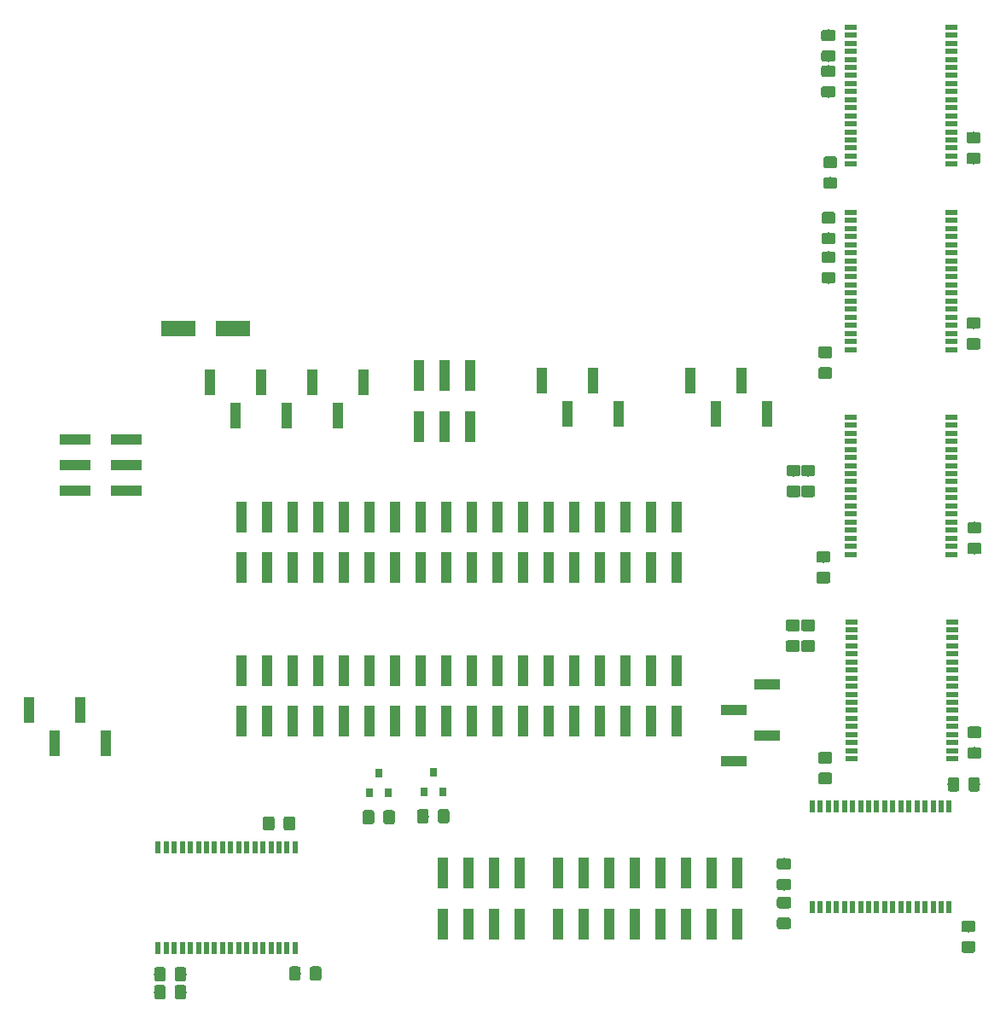
<source format=gbr>
G04 #@! TF.GenerationSoftware,KiCad,Pcbnew,(5.1.4-0-10_14)*
G04 #@! TF.CreationDate,2019-11-05T07:55:52+01:00*
G04 #@! TF.ProjectId,UFC,5546432e-6b69-4636-9164-5f7063625858,A*
G04 #@! TF.SameCoordinates,Original*
G04 #@! TF.FileFunction,Paste,Bot*
G04 #@! TF.FilePolarity,Positive*
%FSLAX46Y46*%
G04 Gerber Fmt 4.6, Leading zero omitted, Abs format (unit mm)*
G04 Created by KiCad (PCBNEW (5.1.4-0-10_14)) date 2019-11-05 07:55:52*
%MOMM*%
%LPD*%
G04 APERTURE LIST*
%ADD10R,1.250000X0.600000*%
%ADD11R,0.600000X1.250000*%
%ADD12R,3.500000X1.600000*%
%ADD13R,0.800000X0.900000*%
%ADD14C,0.100000*%
%ADD15C,1.150000*%
%ADD16R,2.510000X1.000000*%
%ADD17R,1.000000X2.510000*%
%ADD18R,3.150000X1.000000*%
%ADD19R,1.000000X3.150000*%
G04 APERTURE END LIST*
D10*
X163299000Y-62001000D03*
X163299000Y-61201000D03*
X163299000Y-60401000D03*
X163299000Y-59601000D03*
X163299000Y-58801000D03*
X163299000Y-58001000D03*
X163299000Y-57201000D03*
X163299000Y-56401000D03*
X163299000Y-55601000D03*
X163299000Y-54801000D03*
X163299000Y-54001000D03*
X163299000Y-53201000D03*
X163299000Y-52401000D03*
X163299000Y-51601000D03*
X163299000Y-50801000D03*
X163299000Y-50001000D03*
X163299000Y-49201000D03*
X163299000Y-48401000D03*
X163299000Y-48401000D03*
X163299000Y-49201000D03*
X163299000Y-50001000D03*
X163299000Y-50801000D03*
X163299000Y-51601000D03*
X163299000Y-52401000D03*
X163299000Y-53201000D03*
X163299000Y-54001000D03*
X163299000Y-54801000D03*
X163299000Y-55601000D03*
X163299000Y-56401000D03*
X163299000Y-57201000D03*
X163299000Y-58001000D03*
X163299000Y-58801000D03*
X163299000Y-59601000D03*
X163299000Y-60401000D03*
X163299000Y-61201000D03*
X163299000Y-62001000D03*
X163299000Y-62001000D03*
X163299000Y-61201000D03*
X163299000Y-60401000D03*
X163299000Y-59601000D03*
X163299000Y-58801000D03*
X163299000Y-58001000D03*
X163299000Y-57201000D03*
X163299000Y-56401000D03*
X163299000Y-55601000D03*
X163299000Y-54801000D03*
X163299000Y-54001000D03*
X163299000Y-53201000D03*
X163299000Y-52401000D03*
X163299000Y-51601000D03*
X163299000Y-50801000D03*
X163299000Y-50001000D03*
X163299000Y-49201000D03*
X163299000Y-48401000D03*
X163299000Y-48401000D03*
X163299000Y-49201000D03*
X163299000Y-50001000D03*
X163299000Y-50801000D03*
X163299000Y-51601000D03*
X163299000Y-52401000D03*
X163299000Y-53201000D03*
X163299000Y-54001000D03*
X163299000Y-54801000D03*
X163299000Y-55601000D03*
X163299000Y-56401000D03*
X163299000Y-57201000D03*
X163299000Y-58001000D03*
X163299000Y-58801000D03*
X163299000Y-59601000D03*
X163299000Y-60401000D03*
X163299000Y-61201000D03*
X163299000Y-62001000D03*
X163299000Y-62001000D03*
X163299000Y-61201000D03*
X163299000Y-60401000D03*
X163299000Y-59601000D03*
X163299000Y-58801000D03*
X163299000Y-58001000D03*
X163299000Y-57201000D03*
X163299000Y-56401000D03*
X163299000Y-55601000D03*
X163299000Y-54801000D03*
X163299000Y-54001000D03*
X163299000Y-53201000D03*
X163299000Y-52401000D03*
X163299000Y-51601000D03*
X163299000Y-50801000D03*
X163299000Y-50001000D03*
X163299000Y-49201000D03*
X163299000Y-48401000D03*
X163299000Y-48401000D03*
X163299000Y-49201000D03*
X163299000Y-50001000D03*
X163299000Y-50801000D03*
X163299000Y-51601000D03*
X163299000Y-52401000D03*
X163299000Y-53201000D03*
X163299000Y-54001000D03*
X163299000Y-54801000D03*
X163299000Y-55601000D03*
X163299000Y-56401000D03*
X163299000Y-57201000D03*
X163299000Y-58001000D03*
X163299000Y-58801000D03*
X163299000Y-59601000D03*
X163299000Y-60401000D03*
X163299000Y-61201000D03*
X163299000Y-62001000D03*
X163299000Y-62001000D03*
X163299000Y-61201000D03*
X163299000Y-60401000D03*
X163299000Y-59601000D03*
X163299000Y-58801000D03*
X163299000Y-58001000D03*
X163299000Y-57201000D03*
X163299000Y-56401000D03*
X163299000Y-55601000D03*
X163299000Y-54801000D03*
X163299000Y-54001000D03*
X163299000Y-53201000D03*
X163299000Y-52401000D03*
X163299000Y-51601000D03*
X163299000Y-50801000D03*
X163299000Y-50001000D03*
X163299000Y-49201000D03*
X163299000Y-48401000D03*
X163299000Y-48401000D03*
X163299000Y-49201000D03*
X163299000Y-50001000D03*
X163299000Y-50801000D03*
X163299000Y-51601000D03*
X163299000Y-52401000D03*
X163299000Y-53201000D03*
X163299000Y-54001000D03*
X163299000Y-54801000D03*
X163299000Y-55601000D03*
X163299000Y-56401000D03*
X163299000Y-57201000D03*
X163299000Y-58001000D03*
X163299000Y-58801000D03*
X163299000Y-59601000D03*
X163299000Y-60401000D03*
X163299000Y-61201000D03*
X163299000Y-62001000D03*
X153299000Y-62001000D03*
X153299000Y-61201000D03*
X153299000Y-60401000D03*
X153299000Y-59601000D03*
X153299000Y-58801000D03*
X153299000Y-58001000D03*
X153299000Y-57201000D03*
X153299000Y-56401000D03*
X153299000Y-55601000D03*
X153299000Y-54801000D03*
X153299000Y-54001000D03*
X153299000Y-53201000D03*
X153299000Y-52401000D03*
X153299000Y-51601000D03*
X153299000Y-50801000D03*
X153299000Y-50001000D03*
X153299000Y-49201000D03*
X153299000Y-48401000D03*
X163299000Y-80387000D03*
X163299000Y-79587000D03*
X163299000Y-78787000D03*
X163299000Y-77987000D03*
X163299000Y-77187000D03*
X163299000Y-76387000D03*
X163299000Y-75587000D03*
X163299000Y-74787000D03*
X163299000Y-73987000D03*
X163299000Y-73187000D03*
X163299000Y-72387000D03*
X163299000Y-71587000D03*
X163299000Y-70787000D03*
X163299000Y-69987000D03*
X163299000Y-69187000D03*
X163299000Y-68387000D03*
X163299000Y-67587000D03*
X163299000Y-66787000D03*
X163299000Y-66787000D03*
X163299000Y-67587000D03*
X163299000Y-68387000D03*
X163299000Y-69187000D03*
X163299000Y-69987000D03*
X163299000Y-70787000D03*
X163299000Y-71587000D03*
X163299000Y-72387000D03*
X163299000Y-73187000D03*
X163299000Y-73987000D03*
X163299000Y-74787000D03*
X163299000Y-75587000D03*
X163299000Y-76387000D03*
X163299000Y-77187000D03*
X163299000Y-77987000D03*
X163299000Y-78787000D03*
X163299000Y-79587000D03*
X163299000Y-80387000D03*
X163299000Y-80387000D03*
X163299000Y-79587000D03*
X163299000Y-78787000D03*
X163299000Y-77987000D03*
X163299000Y-77187000D03*
X163299000Y-76387000D03*
X163299000Y-75587000D03*
X163299000Y-74787000D03*
X163299000Y-73987000D03*
X163299000Y-73187000D03*
X163299000Y-72387000D03*
X163299000Y-71587000D03*
X163299000Y-70787000D03*
X163299000Y-69987000D03*
X163299000Y-69187000D03*
X163299000Y-68387000D03*
X163299000Y-67587000D03*
X163299000Y-66787000D03*
X163299000Y-66787000D03*
X163299000Y-67587000D03*
X163299000Y-68387000D03*
X163299000Y-69187000D03*
X163299000Y-69987000D03*
X163299000Y-70787000D03*
X163299000Y-71587000D03*
X163299000Y-72387000D03*
X163299000Y-73187000D03*
X163299000Y-73987000D03*
X163299000Y-74787000D03*
X163299000Y-75587000D03*
X163299000Y-76387000D03*
X163299000Y-77187000D03*
X163299000Y-77987000D03*
X163299000Y-78787000D03*
X163299000Y-79587000D03*
X163299000Y-80387000D03*
X163299000Y-80387000D03*
X163299000Y-79587000D03*
X163299000Y-78787000D03*
X163299000Y-77987000D03*
X163299000Y-77187000D03*
X163299000Y-76387000D03*
X163299000Y-75587000D03*
X163299000Y-74787000D03*
X163299000Y-73987000D03*
X163299000Y-73187000D03*
X163299000Y-72387000D03*
X163299000Y-71587000D03*
X163299000Y-70787000D03*
X163299000Y-69987000D03*
X163299000Y-69187000D03*
X163299000Y-68387000D03*
X163299000Y-67587000D03*
X163299000Y-66787000D03*
X163299000Y-66787000D03*
X163299000Y-67587000D03*
X163299000Y-68387000D03*
X163299000Y-69187000D03*
X163299000Y-69987000D03*
X163299000Y-70787000D03*
X163299000Y-71587000D03*
X163299000Y-72387000D03*
X163299000Y-73187000D03*
X163299000Y-73987000D03*
X163299000Y-74787000D03*
X163299000Y-75587000D03*
X163299000Y-76387000D03*
X163299000Y-77187000D03*
X163299000Y-77987000D03*
X163299000Y-78787000D03*
X163299000Y-79587000D03*
X163299000Y-80387000D03*
X163299000Y-80387000D03*
X163299000Y-79587000D03*
X163299000Y-78787000D03*
X163299000Y-77987000D03*
X163299000Y-77187000D03*
X163299000Y-76387000D03*
X163299000Y-75587000D03*
X163299000Y-74787000D03*
X163299000Y-73987000D03*
X163299000Y-73187000D03*
X163299000Y-72387000D03*
X163299000Y-71587000D03*
X163299000Y-70787000D03*
X163299000Y-69987000D03*
X163299000Y-69187000D03*
X163299000Y-68387000D03*
X163299000Y-67587000D03*
X163299000Y-66787000D03*
X163299000Y-66787000D03*
X163299000Y-67587000D03*
X163299000Y-68387000D03*
X163299000Y-69187000D03*
X163299000Y-69987000D03*
X163299000Y-70787000D03*
X163299000Y-71587000D03*
X163299000Y-72387000D03*
X163299000Y-73187000D03*
X163299000Y-73987000D03*
X163299000Y-74787000D03*
X163299000Y-75587000D03*
X163299000Y-76387000D03*
X163299000Y-77187000D03*
X163299000Y-77987000D03*
X163299000Y-78787000D03*
X163299000Y-79587000D03*
X163299000Y-80387000D03*
X153299000Y-80387000D03*
X153299000Y-79587000D03*
X153299000Y-78787000D03*
X153299000Y-77987000D03*
X153299000Y-77187000D03*
X153299000Y-76387000D03*
X153299000Y-75587000D03*
X153299000Y-74787000D03*
X153299000Y-73987000D03*
X153299000Y-73187000D03*
X153299000Y-72387000D03*
X153299000Y-71587000D03*
X153299000Y-70787000D03*
X153299000Y-69987000D03*
X153299000Y-69187000D03*
X153299000Y-68387000D03*
X153299000Y-67587000D03*
X153299000Y-66787000D03*
X163299000Y-100707000D03*
X163299000Y-99907000D03*
X163299000Y-99107000D03*
X163299000Y-98307000D03*
X163299000Y-97507000D03*
X163299000Y-96707000D03*
X163299000Y-95907000D03*
X163299000Y-95107000D03*
X163299000Y-94307000D03*
X163299000Y-93507000D03*
X163299000Y-92707000D03*
X163299000Y-91907000D03*
X163299000Y-91107000D03*
X163299000Y-90307000D03*
X163299000Y-89507000D03*
X163299000Y-88707000D03*
X163299000Y-87907000D03*
X163299000Y-87107000D03*
X163299000Y-87107000D03*
X163299000Y-87907000D03*
X163299000Y-88707000D03*
X163299000Y-89507000D03*
X163299000Y-90307000D03*
X163299000Y-91107000D03*
X163299000Y-91907000D03*
X163299000Y-92707000D03*
X163299000Y-93507000D03*
X163299000Y-94307000D03*
X163299000Y-95107000D03*
X163299000Y-95907000D03*
X163299000Y-96707000D03*
X163299000Y-97507000D03*
X163299000Y-98307000D03*
X163299000Y-99107000D03*
X163299000Y-99907000D03*
X163299000Y-100707000D03*
X163299000Y-100707000D03*
X163299000Y-99907000D03*
X163299000Y-99107000D03*
X163299000Y-98307000D03*
X163299000Y-97507000D03*
X163299000Y-96707000D03*
X163299000Y-95907000D03*
X163299000Y-95107000D03*
X163299000Y-94307000D03*
X163299000Y-93507000D03*
X163299000Y-92707000D03*
X163299000Y-91907000D03*
X163299000Y-91107000D03*
X163299000Y-90307000D03*
X163299000Y-89507000D03*
X163299000Y-88707000D03*
X163299000Y-87907000D03*
X163299000Y-87107000D03*
X163299000Y-87107000D03*
X163299000Y-87907000D03*
X163299000Y-88707000D03*
X163299000Y-89507000D03*
X163299000Y-90307000D03*
X163299000Y-91107000D03*
X163299000Y-91907000D03*
X163299000Y-92707000D03*
X163299000Y-93507000D03*
X163299000Y-94307000D03*
X163299000Y-95107000D03*
X163299000Y-95907000D03*
X163299000Y-96707000D03*
X163299000Y-97507000D03*
X163299000Y-98307000D03*
X163299000Y-99107000D03*
X163299000Y-99907000D03*
X163299000Y-100707000D03*
X163299000Y-100707000D03*
X163299000Y-99907000D03*
X163299000Y-99107000D03*
X163299000Y-98307000D03*
X163299000Y-97507000D03*
X163299000Y-96707000D03*
X163299000Y-95907000D03*
X163299000Y-95107000D03*
X163299000Y-94307000D03*
X163299000Y-93507000D03*
X163299000Y-92707000D03*
X163299000Y-91907000D03*
X163299000Y-91107000D03*
X163299000Y-90307000D03*
X163299000Y-89507000D03*
X163299000Y-88707000D03*
X163299000Y-87907000D03*
X163299000Y-87107000D03*
X163299000Y-87107000D03*
X163299000Y-87907000D03*
X163299000Y-88707000D03*
X163299000Y-89507000D03*
X163299000Y-90307000D03*
X163299000Y-91107000D03*
X163299000Y-91907000D03*
X163299000Y-92707000D03*
X163299000Y-93507000D03*
X163299000Y-94307000D03*
X163299000Y-95107000D03*
X163299000Y-95907000D03*
X163299000Y-96707000D03*
X163299000Y-97507000D03*
X163299000Y-98307000D03*
X163299000Y-99107000D03*
X163299000Y-99907000D03*
X163299000Y-100707000D03*
X163299000Y-100707000D03*
X163299000Y-99907000D03*
X163299000Y-99107000D03*
X163299000Y-98307000D03*
X163299000Y-97507000D03*
X163299000Y-96707000D03*
X163299000Y-95907000D03*
X163299000Y-95107000D03*
X163299000Y-94307000D03*
X163299000Y-93507000D03*
X163299000Y-92707000D03*
X163299000Y-91907000D03*
X163299000Y-91107000D03*
X163299000Y-90307000D03*
X163299000Y-89507000D03*
X163299000Y-88707000D03*
X163299000Y-87907000D03*
X163299000Y-87107000D03*
X163299000Y-87107000D03*
X163299000Y-87907000D03*
X163299000Y-88707000D03*
X163299000Y-89507000D03*
X163299000Y-90307000D03*
X163299000Y-91107000D03*
X163299000Y-91907000D03*
X163299000Y-92707000D03*
X163299000Y-93507000D03*
X163299000Y-94307000D03*
X163299000Y-95107000D03*
X163299000Y-95907000D03*
X163299000Y-96707000D03*
X163299000Y-97507000D03*
X163299000Y-98307000D03*
X163299000Y-99107000D03*
X163299000Y-99907000D03*
X163299000Y-100707000D03*
X153299000Y-100707000D03*
X153299000Y-99907000D03*
X153299000Y-99107000D03*
X153299000Y-98307000D03*
X153299000Y-97507000D03*
X153299000Y-96707000D03*
X153299000Y-95907000D03*
X153299000Y-95107000D03*
X153299000Y-94307000D03*
X153299000Y-93507000D03*
X153299000Y-92707000D03*
X153299000Y-91907000D03*
X153299000Y-91107000D03*
X153299000Y-90307000D03*
X153299000Y-89507000D03*
X153299000Y-88707000D03*
X153299000Y-87907000D03*
X153299000Y-87107000D03*
X163400000Y-121000000D03*
X163400000Y-120200000D03*
X163400000Y-119400000D03*
X163400000Y-118600000D03*
X163400000Y-117800000D03*
X163400000Y-117000000D03*
X163400000Y-116200000D03*
X163400000Y-115400000D03*
X163400000Y-114600000D03*
X163400000Y-113800000D03*
X163400000Y-113000000D03*
X163400000Y-112200000D03*
X163400000Y-111400000D03*
X163400000Y-110600000D03*
X163400000Y-109800000D03*
X163400000Y-109000000D03*
X163400000Y-108200000D03*
X163400000Y-107400000D03*
X163400000Y-107400000D03*
X163400000Y-108200000D03*
X163400000Y-109000000D03*
X163400000Y-109800000D03*
X163400000Y-110600000D03*
X163400000Y-111400000D03*
X163400000Y-112200000D03*
X163400000Y-113000000D03*
X163400000Y-113800000D03*
X163400000Y-114600000D03*
X163400000Y-115400000D03*
X163400000Y-116200000D03*
X163400000Y-117000000D03*
X163400000Y-117800000D03*
X163400000Y-118600000D03*
X163400000Y-119400000D03*
X163400000Y-120200000D03*
X163400000Y-121000000D03*
X163400000Y-121000000D03*
X163400000Y-120200000D03*
X163400000Y-119400000D03*
X163400000Y-118600000D03*
X163400000Y-117800000D03*
X163400000Y-117000000D03*
X163400000Y-116200000D03*
X163400000Y-115400000D03*
X163400000Y-114600000D03*
X163400000Y-113800000D03*
X163400000Y-113000000D03*
X163400000Y-112200000D03*
X163400000Y-111400000D03*
X163400000Y-110600000D03*
X163400000Y-109800000D03*
X163400000Y-109000000D03*
X163400000Y-108200000D03*
X163400000Y-107400000D03*
X163400000Y-107400000D03*
X163400000Y-108200000D03*
X163400000Y-109000000D03*
X163400000Y-109800000D03*
X163400000Y-110600000D03*
X163400000Y-111400000D03*
X163400000Y-112200000D03*
X163400000Y-113000000D03*
X163400000Y-113800000D03*
X163400000Y-114600000D03*
X163400000Y-115400000D03*
X163400000Y-116200000D03*
X163400000Y-117000000D03*
X163400000Y-117800000D03*
X163400000Y-118600000D03*
X163400000Y-119400000D03*
X163400000Y-120200000D03*
X163400000Y-121000000D03*
X163400000Y-121000000D03*
X163400000Y-120200000D03*
X163400000Y-119400000D03*
X163400000Y-118600000D03*
X163400000Y-117800000D03*
X163400000Y-117000000D03*
X163400000Y-116200000D03*
X163400000Y-115400000D03*
X163400000Y-114600000D03*
X163400000Y-113800000D03*
X163400000Y-113000000D03*
X163400000Y-112200000D03*
X163400000Y-111400000D03*
X163400000Y-110600000D03*
X163400000Y-109800000D03*
X163400000Y-109000000D03*
X163400000Y-108200000D03*
X163400000Y-107400000D03*
X163400000Y-107400000D03*
X163400000Y-108200000D03*
X163400000Y-109000000D03*
X163400000Y-109800000D03*
X163400000Y-110600000D03*
X163400000Y-111400000D03*
X163400000Y-112200000D03*
X163400000Y-113000000D03*
X163400000Y-113800000D03*
X163400000Y-114600000D03*
X163400000Y-115400000D03*
X163400000Y-116200000D03*
X163400000Y-117000000D03*
X163400000Y-117800000D03*
X163400000Y-118600000D03*
X163400000Y-119400000D03*
X163400000Y-120200000D03*
X163400000Y-121000000D03*
X163400000Y-121000000D03*
X163400000Y-120200000D03*
X163400000Y-119400000D03*
X163400000Y-118600000D03*
X163400000Y-117800000D03*
X163400000Y-117000000D03*
X163400000Y-116200000D03*
X163400000Y-115400000D03*
X163400000Y-114600000D03*
X163400000Y-113800000D03*
X163400000Y-113000000D03*
X163400000Y-112200000D03*
X163400000Y-111400000D03*
X163400000Y-110600000D03*
X163400000Y-109800000D03*
X163400000Y-109000000D03*
X163400000Y-108200000D03*
X163400000Y-107400000D03*
X163400000Y-107400000D03*
X163400000Y-108200000D03*
X163400000Y-109000000D03*
X163400000Y-109800000D03*
X163400000Y-110600000D03*
X163400000Y-111400000D03*
X163400000Y-112200000D03*
X163400000Y-113000000D03*
X163400000Y-113800000D03*
X163400000Y-114600000D03*
X163400000Y-115400000D03*
X163400000Y-116200000D03*
X163400000Y-117000000D03*
X163400000Y-117800000D03*
X163400000Y-118600000D03*
X163400000Y-119400000D03*
X163400000Y-120200000D03*
X163400000Y-121000000D03*
X153400000Y-121000000D03*
X153400000Y-120200000D03*
X153400000Y-119400000D03*
X153400000Y-118600000D03*
X153400000Y-117800000D03*
X153400000Y-117000000D03*
X153400000Y-116200000D03*
X153400000Y-115400000D03*
X153400000Y-114600000D03*
X153400000Y-113800000D03*
X153400000Y-113000000D03*
X153400000Y-112200000D03*
X153400000Y-111400000D03*
X153400000Y-110600000D03*
X153400000Y-109800000D03*
X153400000Y-109000000D03*
X153400000Y-108200000D03*
X153400000Y-107400000D03*
D11*
X163100000Y-125700000D03*
X162300000Y-125700000D03*
X161500000Y-125700000D03*
X160700000Y-125700000D03*
X159900000Y-125700000D03*
X159100000Y-125700000D03*
X158300000Y-125700000D03*
X157500000Y-125700000D03*
X156700000Y-125700000D03*
X155900000Y-125700000D03*
X155100000Y-125700000D03*
X154300000Y-125700000D03*
X153500000Y-125700000D03*
X152700000Y-125700000D03*
X151900000Y-125700000D03*
X151100000Y-125700000D03*
X150300000Y-125700000D03*
X149500000Y-125700000D03*
X149500000Y-125700000D03*
X150300000Y-125700000D03*
X151100000Y-125700000D03*
X151900000Y-125700000D03*
X152700000Y-125700000D03*
X153500000Y-125700000D03*
X154300000Y-125700000D03*
X155100000Y-125700000D03*
X155900000Y-125700000D03*
X156700000Y-125700000D03*
X157500000Y-125700000D03*
X158300000Y-125700000D03*
X159100000Y-125700000D03*
X159900000Y-125700000D03*
X160700000Y-125700000D03*
X161500000Y-125700000D03*
X162300000Y-125700000D03*
X163100000Y-125700000D03*
X163100000Y-125700000D03*
X162300000Y-125700000D03*
X161500000Y-125700000D03*
X160700000Y-125700000D03*
X159900000Y-125700000D03*
X159100000Y-125700000D03*
X158300000Y-125700000D03*
X157500000Y-125700000D03*
X156700000Y-125700000D03*
X155900000Y-125700000D03*
X155100000Y-125700000D03*
X154300000Y-125700000D03*
X153500000Y-125700000D03*
X152700000Y-125700000D03*
X151900000Y-125700000D03*
X151100000Y-125700000D03*
X150300000Y-125700000D03*
X149500000Y-125700000D03*
X149500000Y-125700000D03*
X150300000Y-125700000D03*
X151100000Y-125700000D03*
X151900000Y-125700000D03*
X152700000Y-125700000D03*
X153500000Y-125700000D03*
X154300000Y-125700000D03*
X155100000Y-125700000D03*
X155900000Y-125700000D03*
X156700000Y-125700000D03*
X157500000Y-125700000D03*
X158300000Y-125700000D03*
X159100000Y-125700000D03*
X159900000Y-125700000D03*
X160700000Y-125700000D03*
X161500000Y-125700000D03*
X162300000Y-125700000D03*
X163100000Y-125700000D03*
X163100000Y-125700000D03*
X162300000Y-125700000D03*
X161500000Y-125700000D03*
X160700000Y-125700000D03*
X159900000Y-125700000D03*
X159100000Y-125700000D03*
X158300000Y-125700000D03*
X157500000Y-125700000D03*
X156700000Y-125700000D03*
X155900000Y-125700000D03*
X155100000Y-125700000D03*
X154300000Y-125700000D03*
X153500000Y-125700000D03*
X152700000Y-125700000D03*
X151900000Y-125700000D03*
X151100000Y-125700000D03*
X150300000Y-125700000D03*
X149500000Y-125700000D03*
X149500000Y-125700000D03*
X150300000Y-125700000D03*
X151100000Y-125700000D03*
X151900000Y-125700000D03*
X152700000Y-125700000D03*
X153500000Y-125700000D03*
X154300000Y-125700000D03*
X155100000Y-125700000D03*
X155900000Y-125700000D03*
X156700000Y-125700000D03*
X157500000Y-125700000D03*
X158300000Y-125700000D03*
X159100000Y-125700000D03*
X159900000Y-125700000D03*
X160700000Y-125700000D03*
X161500000Y-125700000D03*
X162300000Y-125700000D03*
X163100000Y-125700000D03*
X163100000Y-125700000D03*
X162300000Y-125700000D03*
X161500000Y-125700000D03*
X160700000Y-125700000D03*
X159900000Y-125700000D03*
X159100000Y-125700000D03*
X158300000Y-125700000D03*
X157500000Y-125700000D03*
X156700000Y-125700000D03*
X155900000Y-125700000D03*
X155100000Y-125700000D03*
X154300000Y-125700000D03*
X153500000Y-125700000D03*
X152700000Y-125700000D03*
X151900000Y-125700000D03*
X151100000Y-125700000D03*
X150300000Y-125700000D03*
X149500000Y-125700000D03*
X149500000Y-125700000D03*
X150300000Y-125700000D03*
X151100000Y-125700000D03*
X151900000Y-125700000D03*
X152700000Y-125700000D03*
X153500000Y-125700000D03*
X154300000Y-125700000D03*
X155100000Y-125700000D03*
X155900000Y-125700000D03*
X156700000Y-125700000D03*
X157500000Y-125700000D03*
X158300000Y-125700000D03*
X159100000Y-125700000D03*
X159900000Y-125700000D03*
X160700000Y-125700000D03*
X161500000Y-125700000D03*
X162300000Y-125700000D03*
X163100000Y-125700000D03*
X163100000Y-135700000D03*
X162300000Y-135700000D03*
X161500000Y-135700000D03*
X160700000Y-135700000D03*
X159900000Y-135700000D03*
X159100000Y-135700000D03*
X158300000Y-135700000D03*
X157500000Y-135700000D03*
X156700000Y-135700000D03*
X155900000Y-135700000D03*
X155100000Y-135700000D03*
X154300000Y-135700000D03*
X153500000Y-135700000D03*
X152700000Y-135700000D03*
X151900000Y-135700000D03*
X151100000Y-135700000D03*
X150300000Y-135700000D03*
X149500000Y-135700000D03*
X98200000Y-129800000D03*
X97400000Y-129800000D03*
X96600000Y-129800000D03*
X95800000Y-129800000D03*
X95000000Y-129800000D03*
X94200000Y-129800000D03*
X93400000Y-129800000D03*
X92600000Y-129800000D03*
X91800000Y-129800000D03*
X91000000Y-129800000D03*
X90200000Y-129800000D03*
X89400000Y-129800000D03*
X88600000Y-129800000D03*
X87800000Y-129800000D03*
X87000000Y-129800000D03*
X86200000Y-129800000D03*
X85400000Y-129800000D03*
X84600000Y-129800000D03*
X84600000Y-129800000D03*
X85400000Y-129800000D03*
X86200000Y-129800000D03*
X87000000Y-129800000D03*
X87800000Y-129800000D03*
X88600000Y-129800000D03*
X89400000Y-129800000D03*
X90200000Y-129800000D03*
X91000000Y-129800000D03*
X91800000Y-129800000D03*
X92600000Y-129800000D03*
X93400000Y-129800000D03*
X94200000Y-129800000D03*
X95000000Y-129800000D03*
X95800000Y-129800000D03*
X96600000Y-129800000D03*
X97400000Y-129800000D03*
X98200000Y-129800000D03*
X98200000Y-129800000D03*
X97400000Y-129800000D03*
X96600000Y-129800000D03*
X95800000Y-129800000D03*
X95000000Y-129800000D03*
X94200000Y-129800000D03*
X93400000Y-129800000D03*
X92600000Y-129800000D03*
X91800000Y-129800000D03*
X91000000Y-129800000D03*
X90200000Y-129800000D03*
X89400000Y-129800000D03*
X88600000Y-129800000D03*
X87800000Y-129800000D03*
X87000000Y-129800000D03*
X86200000Y-129800000D03*
X85400000Y-129800000D03*
X84600000Y-129800000D03*
X84600000Y-129800000D03*
X85400000Y-129800000D03*
X86200000Y-129800000D03*
X87000000Y-129800000D03*
X87800000Y-129800000D03*
X88600000Y-129800000D03*
X89400000Y-129800000D03*
X90200000Y-129800000D03*
X91000000Y-129800000D03*
X91800000Y-129800000D03*
X92600000Y-129800000D03*
X93400000Y-129800000D03*
X94200000Y-129800000D03*
X95000000Y-129800000D03*
X95800000Y-129800000D03*
X96600000Y-129800000D03*
X97400000Y-129800000D03*
X98200000Y-129800000D03*
X98200000Y-129800000D03*
X97400000Y-129800000D03*
X96600000Y-129800000D03*
X95800000Y-129800000D03*
X95000000Y-129800000D03*
X94200000Y-129800000D03*
X93400000Y-129800000D03*
X92600000Y-129800000D03*
X91800000Y-129800000D03*
X91000000Y-129800000D03*
X90200000Y-129800000D03*
X89400000Y-129800000D03*
X88600000Y-129800000D03*
X87800000Y-129800000D03*
X87000000Y-129800000D03*
X86200000Y-129800000D03*
X85400000Y-129800000D03*
X84600000Y-129800000D03*
X84600000Y-129800000D03*
X85400000Y-129800000D03*
X86200000Y-129800000D03*
X87000000Y-129800000D03*
X87800000Y-129800000D03*
X88600000Y-129800000D03*
X89400000Y-129800000D03*
X90200000Y-129800000D03*
X91000000Y-129800000D03*
X91800000Y-129800000D03*
X92600000Y-129800000D03*
X93400000Y-129800000D03*
X94200000Y-129800000D03*
X95000000Y-129800000D03*
X95800000Y-129800000D03*
X96600000Y-129800000D03*
X97400000Y-129800000D03*
X98200000Y-129800000D03*
X98200000Y-129800000D03*
X97400000Y-129800000D03*
X96600000Y-129800000D03*
X95800000Y-129800000D03*
X95000000Y-129800000D03*
X94200000Y-129800000D03*
X93400000Y-129800000D03*
X92600000Y-129800000D03*
X91800000Y-129800000D03*
X91000000Y-129800000D03*
X90200000Y-129800000D03*
X89400000Y-129800000D03*
X88600000Y-129800000D03*
X87800000Y-129800000D03*
X87000000Y-129800000D03*
X86200000Y-129800000D03*
X85400000Y-129800000D03*
X84600000Y-129800000D03*
X84600000Y-129800000D03*
X85400000Y-129800000D03*
X86200000Y-129800000D03*
X87000000Y-129800000D03*
X87800000Y-129800000D03*
X88600000Y-129800000D03*
X89400000Y-129800000D03*
X90200000Y-129800000D03*
X91000000Y-129800000D03*
X91800000Y-129800000D03*
X92600000Y-129800000D03*
X93400000Y-129800000D03*
X94200000Y-129800000D03*
X95000000Y-129800000D03*
X95800000Y-129800000D03*
X96600000Y-129800000D03*
X97400000Y-129800000D03*
X98200000Y-129800000D03*
X98200000Y-139800000D03*
X97400000Y-139800000D03*
X96600000Y-139800000D03*
X95800000Y-139800000D03*
X95000000Y-139800000D03*
X94200000Y-139800000D03*
X93400000Y-139800000D03*
X92600000Y-139800000D03*
X91800000Y-139800000D03*
X91000000Y-139800000D03*
X90200000Y-139800000D03*
X89400000Y-139800000D03*
X88600000Y-139800000D03*
X87800000Y-139800000D03*
X87000000Y-139800000D03*
X86200000Y-139800000D03*
X85400000Y-139800000D03*
X84600000Y-139800000D03*
D12*
X92000000Y-78300000D03*
X86600000Y-78300000D03*
D13*
X107450000Y-124400000D03*
X105550000Y-124400000D03*
X106500000Y-122400000D03*
X112850000Y-124300000D03*
X110950000Y-124300000D03*
X111900000Y-122300000D03*
D14*
G36*
X151574505Y-48651204D02*
G01*
X151598773Y-48654804D01*
X151622572Y-48660765D01*
X151645671Y-48669030D01*
X151667850Y-48679520D01*
X151688893Y-48692132D01*
X151708599Y-48706747D01*
X151726777Y-48723223D01*
X151743253Y-48741401D01*
X151757868Y-48761107D01*
X151770480Y-48782150D01*
X151780970Y-48804329D01*
X151789235Y-48827428D01*
X151795196Y-48851227D01*
X151798796Y-48875495D01*
X151800000Y-48899999D01*
X151800000Y-49550001D01*
X151798796Y-49574505D01*
X151795196Y-49598773D01*
X151789235Y-49622572D01*
X151780970Y-49645671D01*
X151770480Y-49667850D01*
X151757868Y-49688893D01*
X151743253Y-49708599D01*
X151726777Y-49726777D01*
X151708599Y-49743253D01*
X151688893Y-49757868D01*
X151667850Y-49770480D01*
X151645671Y-49780970D01*
X151622572Y-49789235D01*
X151598773Y-49795196D01*
X151574505Y-49798796D01*
X151550001Y-49800000D01*
X150649999Y-49800000D01*
X150625495Y-49798796D01*
X150601227Y-49795196D01*
X150577428Y-49789235D01*
X150554329Y-49780970D01*
X150532150Y-49770480D01*
X150511107Y-49757868D01*
X150491401Y-49743253D01*
X150473223Y-49726777D01*
X150456747Y-49708599D01*
X150442132Y-49688893D01*
X150429520Y-49667850D01*
X150419030Y-49645671D01*
X150410765Y-49622572D01*
X150404804Y-49598773D01*
X150401204Y-49574505D01*
X150400000Y-49550001D01*
X150400000Y-48899999D01*
X150401204Y-48875495D01*
X150404804Y-48851227D01*
X150410765Y-48827428D01*
X150419030Y-48804329D01*
X150429520Y-48782150D01*
X150442132Y-48761107D01*
X150456747Y-48741401D01*
X150473223Y-48723223D01*
X150491401Y-48706747D01*
X150511107Y-48692132D01*
X150532150Y-48679520D01*
X150554329Y-48669030D01*
X150577428Y-48660765D01*
X150601227Y-48654804D01*
X150625495Y-48651204D01*
X150649999Y-48650000D01*
X151550001Y-48650000D01*
X151574505Y-48651204D01*
X151574505Y-48651204D01*
G37*
D15*
X151100000Y-49225000D03*
D14*
G36*
X151574505Y-50701204D02*
G01*
X151598773Y-50704804D01*
X151622572Y-50710765D01*
X151645671Y-50719030D01*
X151667850Y-50729520D01*
X151688893Y-50742132D01*
X151708599Y-50756747D01*
X151726777Y-50773223D01*
X151743253Y-50791401D01*
X151757868Y-50811107D01*
X151770480Y-50832150D01*
X151780970Y-50854329D01*
X151789235Y-50877428D01*
X151795196Y-50901227D01*
X151798796Y-50925495D01*
X151800000Y-50949999D01*
X151800000Y-51600001D01*
X151798796Y-51624505D01*
X151795196Y-51648773D01*
X151789235Y-51672572D01*
X151780970Y-51695671D01*
X151770480Y-51717850D01*
X151757868Y-51738893D01*
X151743253Y-51758599D01*
X151726777Y-51776777D01*
X151708599Y-51793253D01*
X151688893Y-51807868D01*
X151667850Y-51820480D01*
X151645671Y-51830970D01*
X151622572Y-51839235D01*
X151598773Y-51845196D01*
X151574505Y-51848796D01*
X151550001Y-51850000D01*
X150649999Y-51850000D01*
X150625495Y-51848796D01*
X150601227Y-51845196D01*
X150577428Y-51839235D01*
X150554329Y-51830970D01*
X150532150Y-51820480D01*
X150511107Y-51807868D01*
X150491401Y-51793253D01*
X150473223Y-51776777D01*
X150456747Y-51758599D01*
X150442132Y-51738893D01*
X150429520Y-51717850D01*
X150419030Y-51695671D01*
X150410765Y-51672572D01*
X150404804Y-51648773D01*
X150401204Y-51624505D01*
X150400000Y-51600001D01*
X150400000Y-50949999D01*
X150401204Y-50925495D01*
X150404804Y-50901227D01*
X150410765Y-50877428D01*
X150419030Y-50854329D01*
X150429520Y-50832150D01*
X150442132Y-50811107D01*
X150456747Y-50791401D01*
X150473223Y-50773223D01*
X150491401Y-50756747D01*
X150511107Y-50742132D01*
X150532150Y-50729520D01*
X150554329Y-50719030D01*
X150577428Y-50710765D01*
X150601227Y-50704804D01*
X150625495Y-50701204D01*
X150649999Y-50700000D01*
X151550001Y-50700000D01*
X151574505Y-50701204D01*
X151574505Y-50701204D01*
G37*
D15*
X151100000Y-51275000D03*
D14*
G36*
X148126505Y-91836568D02*
G01*
X148150773Y-91840168D01*
X148174572Y-91846129D01*
X148197671Y-91854394D01*
X148219850Y-91864884D01*
X148240893Y-91877496D01*
X148260599Y-91892111D01*
X148278777Y-91908587D01*
X148295253Y-91926765D01*
X148309868Y-91946471D01*
X148322480Y-91967514D01*
X148332970Y-91989693D01*
X148341235Y-92012792D01*
X148347196Y-92036591D01*
X148350796Y-92060859D01*
X148352000Y-92085363D01*
X148352000Y-92735365D01*
X148350796Y-92759869D01*
X148347196Y-92784137D01*
X148341235Y-92807936D01*
X148332970Y-92831035D01*
X148322480Y-92853214D01*
X148309868Y-92874257D01*
X148295253Y-92893963D01*
X148278777Y-92912141D01*
X148260599Y-92928617D01*
X148240893Y-92943232D01*
X148219850Y-92955844D01*
X148197671Y-92966334D01*
X148174572Y-92974599D01*
X148150773Y-92980560D01*
X148126505Y-92984160D01*
X148102001Y-92985364D01*
X147201999Y-92985364D01*
X147177495Y-92984160D01*
X147153227Y-92980560D01*
X147129428Y-92974599D01*
X147106329Y-92966334D01*
X147084150Y-92955844D01*
X147063107Y-92943232D01*
X147043401Y-92928617D01*
X147025223Y-92912141D01*
X147008747Y-92893963D01*
X146994132Y-92874257D01*
X146981520Y-92853214D01*
X146971030Y-92831035D01*
X146962765Y-92807936D01*
X146956804Y-92784137D01*
X146953204Y-92759869D01*
X146952000Y-92735365D01*
X146952000Y-92085363D01*
X146953204Y-92060859D01*
X146956804Y-92036591D01*
X146962765Y-92012792D01*
X146971030Y-91989693D01*
X146981520Y-91967514D01*
X146994132Y-91946471D01*
X147008747Y-91926765D01*
X147025223Y-91908587D01*
X147043401Y-91892111D01*
X147063107Y-91877496D01*
X147084150Y-91864884D01*
X147106329Y-91854394D01*
X147129428Y-91846129D01*
X147153227Y-91840168D01*
X147177495Y-91836568D01*
X147201999Y-91835364D01*
X148102001Y-91835364D01*
X148126505Y-91836568D01*
X148126505Y-91836568D01*
G37*
D15*
X147652000Y-92410364D03*
D14*
G36*
X148126505Y-93886568D02*
G01*
X148150773Y-93890168D01*
X148174572Y-93896129D01*
X148197671Y-93904394D01*
X148219850Y-93914884D01*
X148240893Y-93927496D01*
X148260599Y-93942111D01*
X148278777Y-93958587D01*
X148295253Y-93976765D01*
X148309868Y-93996471D01*
X148322480Y-94017514D01*
X148332970Y-94039693D01*
X148341235Y-94062792D01*
X148347196Y-94086591D01*
X148350796Y-94110859D01*
X148352000Y-94135363D01*
X148352000Y-94785365D01*
X148350796Y-94809869D01*
X148347196Y-94834137D01*
X148341235Y-94857936D01*
X148332970Y-94881035D01*
X148322480Y-94903214D01*
X148309868Y-94924257D01*
X148295253Y-94943963D01*
X148278777Y-94962141D01*
X148260599Y-94978617D01*
X148240893Y-94993232D01*
X148219850Y-95005844D01*
X148197671Y-95016334D01*
X148174572Y-95024599D01*
X148150773Y-95030560D01*
X148126505Y-95034160D01*
X148102001Y-95035364D01*
X147201999Y-95035364D01*
X147177495Y-95034160D01*
X147153227Y-95030560D01*
X147129428Y-95024599D01*
X147106329Y-95016334D01*
X147084150Y-95005844D01*
X147063107Y-94993232D01*
X147043401Y-94978617D01*
X147025223Y-94962141D01*
X147008747Y-94943963D01*
X146994132Y-94924257D01*
X146981520Y-94903214D01*
X146971030Y-94881035D01*
X146962765Y-94857936D01*
X146956804Y-94834137D01*
X146953204Y-94809869D01*
X146952000Y-94785365D01*
X146952000Y-94135363D01*
X146953204Y-94110859D01*
X146956804Y-94086591D01*
X146962765Y-94062792D01*
X146971030Y-94039693D01*
X146981520Y-94017514D01*
X146994132Y-93996471D01*
X147008747Y-93976765D01*
X147025223Y-93958587D01*
X147043401Y-93942111D01*
X147063107Y-93927496D01*
X147084150Y-93914884D01*
X147106329Y-93904394D01*
X147129428Y-93896129D01*
X147153227Y-93890168D01*
X147177495Y-93886568D01*
X147201999Y-93885364D01*
X148102001Y-93885364D01*
X148126505Y-93886568D01*
X148126505Y-93886568D01*
G37*
D15*
X147652000Y-94460364D03*
D14*
G36*
X147174505Y-136751204D02*
G01*
X147198773Y-136754804D01*
X147222572Y-136760765D01*
X147245671Y-136769030D01*
X147267850Y-136779520D01*
X147288893Y-136792132D01*
X147308599Y-136806747D01*
X147326777Y-136823223D01*
X147343253Y-136841401D01*
X147357868Y-136861107D01*
X147370480Y-136882150D01*
X147380970Y-136904329D01*
X147389235Y-136927428D01*
X147395196Y-136951227D01*
X147398796Y-136975495D01*
X147400000Y-136999999D01*
X147400000Y-137650001D01*
X147398796Y-137674505D01*
X147395196Y-137698773D01*
X147389235Y-137722572D01*
X147380970Y-137745671D01*
X147370480Y-137767850D01*
X147357868Y-137788893D01*
X147343253Y-137808599D01*
X147326777Y-137826777D01*
X147308599Y-137843253D01*
X147288893Y-137857868D01*
X147267850Y-137870480D01*
X147245671Y-137880970D01*
X147222572Y-137889235D01*
X147198773Y-137895196D01*
X147174505Y-137898796D01*
X147150001Y-137900000D01*
X146249999Y-137900000D01*
X146225495Y-137898796D01*
X146201227Y-137895196D01*
X146177428Y-137889235D01*
X146154329Y-137880970D01*
X146132150Y-137870480D01*
X146111107Y-137857868D01*
X146091401Y-137843253D01*
X146073223Y-137826777D01*
X146056747Y-137808599D01*
X146042132Y-137788893D01*
X146029520Y-137767850D01*
X146019030Y-137745671D01*
X146010765Y-137722572D01*
X146004804Y-137698773D01*
X146001204Y-137674505D01*
X146000000Y-137650001D01*
X146000000Y-136999999D01*
X146001204Y-136975495D01*
X146004804Y-136951227D01*
X146010765Y-136927428D01*
X146019030Y-136904329D01*
X146029520Y-136882150D01*
X146042132Y-136861107D01*
X146056747Y-136841401D01*
X146073223Y-136823223D01*
X146091401Y-136806747D01*
X146111107Y-136792132D01*
X146132150Y-136779520D01*
X146154329Y-136769030D01*
X146177428Y-136760765D01*
X146201227Y-136754804D01*
X146225495Y-136751204D01*
X146249999Y-136750000D01*
X147150001Y-136750000D01*
X147174505Y-136751204D01*
X147174505Y-136751204D01*
G37*
D15*
X146700000Y-137325000D03*
D14*
G36*
X147174505Y-134701204D02*
G01*
X147198773Y-134704804D01*
X147222572Y-134710765D01*
X147245671Y-134719030D01*
X147267850Y-134729520D01*
X147288893Y-134742132D01*
X147308599Y-134756747D01*
X147326777Y-134773223D01*
X147343253Y-134791401D01*
X147357868Y-134811107D01*
X147370480Y-134832150D01*
X147380970Y-134854329D01*
X147389235Y-134877428D01*
X147395196Y-134901227D01*
X147398796Y-134925495D01*
X147400000Y-134949999D01*
X147400000Y-135600001D01*
X147398796Y-135624505D01*
X147395196Y-135648773D01*
X147389235Y-135672572D01*
X147380970Y-135695671D01*
X147370480Y-135717850D01*
X147357868Y-135738893D01*
X147343253Y-135758599D01*
X147326777Y-135776777D01*
X147308599Y-135793253D01*
X147288893Y-135807868D01*
X147267850Y-135820480D01*
X147245671Y-135830970D01*
X147222572Y-135839235D01*
X147198773Y-135845196D01*
X147174505Y-135848796D01*
X147150001Y-135850000D01*
X146249999Y-135850000D01*
X146225495Y-135848796D01*
X146201227Y-135845196D01*
X146177428Y-135839235D01*
X146154329Y-135830970D01*
X146132150Y-135820480D01*
X146111107Y-135807868D01*
X146091401Y-135793253D01*
X146073223Y-135776777D01*
X146056747Y-135758599D01*
X146042132Y-135738893D01*
X146029520Y-135717850D01*
X146019030Y-135695671D01*
X146010765Y-135672572D01*
X146004804Y-135648773D01*
X146001204Y-135624505D01*
X146000000Y-135600001D01*
X146000000Y-134949999D01*
X146001204Y-134925495D01*
X146004804Y-134901227D01*
X146010765Y-134877428D01*
X146019030Y-134854329D01*
X146029520Y-134832150D01*
X146042132Y-134811107D01*
X146056747Y-134791401D01*
X146073223Y-134773223D01*
X146091401Y-134756747D01*
X146111107Y-134742132D01*
X146132150Y-134729520D01*
X146154329Y-134719030D01*
X146177428Y-134710765D01*
X146201227Y-134704804D01*
X146225495Y-134701204D01*
X146249999Y-134700000D01*
X147150001Y-134700000D01*
X147174505Y-134701204D01*
X147174505Y-134701204D01*
G37*
D15*
X146700000Y-135275000D03*
D14*
G36*
X151774505Y-63301204D02*
G01*
X151798773Y-63304804D01*
X151822572Y-63310765D01*
X151845671Y-63319030D01*
X151867850Y-63329520D01*
X151888893Y-63342132D01*
X151908599Y-63356747D01*
X151926777Y-63373223D01*
X151943253Y-63391401D01*
X151957868Y-63411107D01*
X151970480Y-63432150D01*
X151980970Y-63454329D01*
X151989235Y-63477428D01*
X151995196Y-63501227D01*
X151998796Y-63525495D01*
X152000000Y-63549999D01*
X152000000Y-64200001D01*
X151998796Y-64224505D01*
X151995196Y-64248773D01*
X151989235Y-64272572D01*
X151980970Y-64295671D01*
X151970480Y-64317850D01*
X151957868Y-64338893D01*
X151943253Y-64358599D01*
X151926777Y-64376777D01*
X151908599Y-64393253D01*
X151888893Y-64407868D01*
X151867850Y-64420480D01*
X151845671Y-64430970D01*
X151822572Y-64439235D01*
X151798773Y-64445196D01*
X151774505Y-64448796D01*
X151750001Y-64450000D01*
X150849999Y-64450000D01*
X150825495Y-64448796D01*
X150801227Y-64445196D01*
X150777428Y-64439235D01*
X150754329Y-64430970D01*
X150732150Y-64420480D01*
X150711107Y-64407868D01*
X150691401Y-64393253D01*
X150673223Y-64376777D01*
X150656747Y-64358599D01*
X150642132Y-64338893D01*
X150629520Y-64317850D01*
X150619030Y-64295671D01*
X150610765Y-64272572D01*
X150604804Y-64248773D01*
X150601204Y-64224505D01*
X150600000Y-64200001D01*
X150600000Y-63549999D01*
X150601204Y-63525495D01*
X150604804Y-63501227D01*
X150610765Y-63477428D01*
X150619030Y-63454329D01*
X150629520Y-63432150D01*
X150642132Y-63411107D01*
X150656747Y-63391401D01*
X150673223Y-63373223D01*
X150691401Y-63356747D01*
X150711107Y-63342132D01*
X150732150Y-63329520D01*
X150754329Y-63319030D01*
X150777428Y-63310765D01*
X150801227Y-63304804D01*
X150825495Y-63301204D01*
X150849999Y-63300000D01*
X151750001Y-63300000D01*
X151774505Y-63301204D01*
X151774505Y-63301204D01*
G37*
D15*
X151300000Y-63875000D03*
D14*
G36*
X151774505Y-61251204D02*
G01*
X151798773Y-61254804D01*
X151822572Y-61260765D01*
X151845671Y-61269030D01*
X151867850Y-61279520D01*
X151888893Y-61292132D01*
X151908599Y-61306747D01*
X151926777Y-61323223D01*
X151943253Y-61341401D01*
X151957868Y-61361107D01*
X151970480Y-61382150D01*
X151980970Y-61404329D01*
X151989235Y-61427428D01*
X151995196Y-61451227D01*
X151998796Y-61475495D01*
X152000000Y-61499999D01*
X152000000Y-62150001D01*
X151998796Y-62174505D01*
X151995196Y-62198773D01*
X151989235Y-62222572D01*
X151980970Y-62245671D01*
X151970480Y-62267850D01*
X151957868Y-62288893D01*
X151943253Y-62308599D01*
X151926777Y-62326777D01*
X151908599Y-62343253D01*
X151888893Y-62357868D01*
X151867850Y-62370480D01*
X151845671Y-62380970D01*
X151822572Y-62389235D01*
X151798773Y-62395196D01*
X151774505Y-62398796D01*
X151750001Y-62400000D01*
X150849999Y-62400000D01*
X150825495Y-62398796D01*
X150801227Y-62395196D01*
X150777428Y-62389235D01*
X150754329Y-62380970D01*
X150732150Y-62370480D01*
X150711107Y-62357868D01*
X150691401Y-62343253D01*
X150673223Y-62326777D01*
X150656747Y-62308599D01*
X150642132Y-62288893D01*
X150629520Y-62267850D01*
X150619030Y-62245671D01*
X150610765Y-62222572D01*
X150604804Y-62198773D01*
X150601204Y-62174505D01*
X150600000Y-62150001D01*
X150600000Y-61499999D01*
X150601204Y-61475495D01*
X150604804Y-61451227D01*
X150610765Y-61427428D01*
X150619030Y-61404329D01*
X150629520Y-61382150D01*
X150642132Y-61361107D01*
X150656747Y-61341401D01*
X150673223Y-61323223D01*
X150691401Y-61306747D01*
X150711107Y-61292132D01*
X150732150Y-61279520D01*
X150754329Y-61269030D01*
X150777428Y-61260765D01*
X150801227Y-61254804D01*
X150825495Y-61251204D01*
X150849999Y-61250000D01*
X151750001Y-61250000D01*
X151774505Y-61251204D01*
X151774505Y-61251204D01*
G37*
D15*
X151300000Y-61825000D03*
D14*
G36*
X151074505Y-100401204D02*
G01*
X151098773Y-100404804D01*
X151122572Y-100410765D01*
X151145671Y-100419030D01*
X151167850Y-100429520D01*
X151188893Y-100442132D01*
X151208599Y-100456747D01*
X151226777Y-100473223D01*
X151243253Y-100491401D01*
X151257868Y-100511107D01*
X151270480Y-100532150D01*
X151280970Y-100554329D01*
X151289235Y-100577428D01*
X151295196Y-100601227D01*
X151298796Y-100625495D01*
X151300000Y-100649999D01*
X151300000Y-101300001D01*
X151298796Y-101324505D01*
X151295196Y-101348773D01*
X151289235Y-101372572D01*
X151280970Y-101395671D01*
X151270480Y-101417850D01*
X151257868Y-101438893D01*
X151243253Y-101458599D01*
X151226777Y-101476777D01*
X151208599Y-101493253D01*
X151188893Y-101507868D01*
X151167850Y-101520480D01*
X151145671Y-101530970D01*
X151122572Y-101539235D01*
X151098773Y-101545196D01*
X151074505Y-101548796D01*
X151050001Y-101550000D01*
X150149999Y-101550000D01*
X150125495Y-101548796D01*
X150101227Y-101545196D01*
X150077428Y-101539235D01*
X150054329Y-101530970D01*
X150032150Y-101520480D01*
X150011107Y-101507868D01*
X149991401Y-101493253D01*
X149973223Y-101476777D01*
X149956747Y-101458599D01*
X149942132Y-101438893D01*
X149929520Y-101417850D01*
X149919030Y-101395671D01*
X149910765Y-101372572D01*
X149904804Y-101348773D01*
X149901204Y-101324505D01*
X149900000Y-101300001D01*
X149900000Y-100649999D01*
X149901204Y-100625495D01*
X149904804Y-100601227D01*
X149910765Y-100577428D01*
X149919030Y-100554329D01*
X149929520Y-100532150D01*
X149942132Y-100511107D01*
X149956747Y-100491401D01*
X149973223Y-100473223D01*
X149991401Y-100456747D01*
X150011107Y-100442132D01*
X150032150Y-100429520D01*
X150054329Y-100419030D01*
X150077428Y-100410765D01*
X150101227Y-100404804D01*
X150125495Y-100401204D01*
X150149999Y-100400000D01*
X151050001Y-100400000D01*
X151074505Y-100401204D01*
X151074505Y-100401204D01*
G37*
D15*
X150600000Y-100975000D03*
D14*
G36*
X151074505Y-102451204D02*
G01*
X151098773Y-102454804D01*
X151122572Y-102460765D01*
X151145671Y-102469030D01*
X151167850Y-102479520D01*
X151188893Y-102492132D01*
X151208599Y-102506747D01*
X151226777Y-102523223D01*
X151243253Y-102541401D01*
X151257868Y-102561107D01*
X151270480Y-102582150D01*
X151280970Y-102604329D01*
X151289235Y-102627428D01*
X151295196Y-102651227D01*
X151298796Y-102675495D01*
X151300000Y-102699999D01*
X151300000Y-103350001D01*
X151298796Y-103374505D01*
X151295196Y-103398773D01*
X151289235Y-103422572D01*
X151280970Y-103445671D01*
X151270480Y-103467850D01*
X151257868Y-103488893D01*
X151243253Y-103508599D01*
X151226777Y-103526777D01*
X151208599Y-103543253D01*
X151188893Y-103557868D01*
X151167850Y-103570480D01*
X151145671Y-103580970D01*
X151122572Y-103589235D01*
X151098773Y-103595196D01*
X151074505Y-103598796D01*
X151050001Y-103600000D01*
X150149999Y-103600000D01*
X150125495Y-103598796D01*
X150101227Y-103595196D01*
X150077428Y-103589235D01*
X150054329Y-103580970D01*
X150032150Y-103570480D01*
X150011107Y-103557868D01*
X149991401Y-103543253D01*
X149973223Y-103526777D01*
X149956747Y-103508599D01*
X149942132Y-103488893D01*
X149929520Y-103467850D01*
X149919030Y-103445671D01*
X149910765Y-103422572D01*
X149904804Y-103398773D01*
X149901204Y-103374505D01*
X149900000Y-103350001D01*
X149900000Y-102699999D01*
X149901204Y-102675495D01*
X149904804Y-102651227D01*
X149910765Y-102627428D01*
X149919030Y-102604329D01*
X149929520Y-102582150D01*
X149942132Y-102561107D01*
X149956747Y-102541401D01*
X149973223Y-102523223D01*
X149991401Y-102506747D01*
X150011107Y-102492132D01*
X150032150Y-102479520D01*
X150054329Y-102469030D01*
X150077428Y-102460765D01*
X150101227Y-102454804D01*
X150125495Y-102451204D01*
X150149999Y-102450000D01*
X151050001Y-102450000D01*
X151074505Y-102451204D01*
X151074505Y-102451204D01*
G37*
D15*
X150600000Y-103025000D03*
D14*
G36*
X165474505Y-139101204D02*
G01*
X165498773Y-139104804D01*
X165522572Y-139110765D01*
X165545671Y-139119030D01*
X165567850Y-139129520D01*
X165588893Y-139142132D01*
X165608599Y-139156747D01*
X165626777Y-139173223D01*
X165643253Y-139191401D01*
X165657868Y-139211107D01*
X165670480Y-139232150D01*
X165680970Y-139254329D01*
X165689235Y-139277428D01*
X165695196Y-139301227D01*
X165698796Y-139325495D01*
X165700000Y-139349999D01*
X165700000Y-140000001D01*
X165698796Y-140024505D01*
X165695196Y-140048773D01*
X165689235Y-140072572D01*
X165680970Y-140095671D01*
X165670480Y-140117850D01*
X165657868Y-140138893D01*
X165643253Y-140158599D01*
X165626777Y-140176777D01*
X165608599Y-140193253D01*
X165588893Y-140207868D01*
X165567850Y-140220480D01*
X165545671Y-140230970D01*
X165522572Y-140239235D01*
X165498773Y-140245196D01*
X165474505Y-140248796D01*
X165450001Y-140250000D01*
X164549999Y-140250000D01*
X164525495Y-140248796D01*
X164501227Y-140245196D01*
X164477428Y-140239235D01*
X164454329Y-140230970D01*
X164432150Y-140220480D01*
X164411107Y-140207868D01*
X164391401Y-140193253D01*
X164373223Y-140176777D01*
X164356747Y-140158599D01*
X164342132Y-140138893D01*
X164329520Y-140117850D01*
X164319030Y-140095671D01*
X164310765Y-140072572D01*
X164304804Y-140048773D01*
X164301204Y-140024505D01*
X164300000Y-140000001D01*
X164300000Y-139349999D01*
X164301204Y-139325495D01*
X164304804Y-139301227D01*
X164310765Y-139277428D01*
X164319030Y-139254329D01*
X164329520Y-139232150D01*
X164342132Y-139211107D01*
X164356747Y-139191401D01*
X164373223Y-139173223D01*
X164391401Y-139156747D01*
X164411107Y-139142132D01*
X164432150Y-139129520D01*
X164454329Y-139119030D01*
X164477428Y-139110765D01*
X164501227Y-139104804D01*
X164525495Y-139101204D01*
X164549999Y-139100000D01*
X165450001Y-139100000D01*
X165474505Y-139101204D01*
X165474505Y-139101204D01*
G37*
D15*
X165000000Y-139675000D03*
D14*
G36*
X165474505Y-137051204D02*
G01*
X165498773Y-137054804D01*
X165522572Y-137060765D01*
X165545671Y-137069030D01*
X165567850Y-137079520D01*
X165588893Y-137092132D01*
X165608599Y-137106747D01*
X165626777Y-137123223D01*
X165643253Y-137141401D01*
X165657868Y-137161107D01*
X165670480Y-137182150D01*
X165680970Y-137204329D01*
X165689235Y-137227428D01*
X165695196Y-137251227D01*
X165698796Y-137275495D01*
X165700000Y-137299999D01*
X165700000Y-137950001D01*
X165698796Y-137974505D01*
X165695196Y-137998773D01*
X165689235Y-138022572D01*
X165680970Y-138045671D01*
X165670480Y-138067850D01*
X165657868Y-138088893D01*
X165643253Y-138108599D01*
X165626777Y-138126777D01*
X165608599Y-138143253D01*
X165588893Y-138157868D01*
X165567850Y-138170480D01*
X165545671Y-138180970D01*
X165522572Y-138189235D01*
X165498773Y-138195196D01*
X165474505Y-138198796D01*
X165450001Y-138200000D01*
X164549999Y-138200000D01*
X164525495Y-138198796D01*
X164501227Y-138195196D01*
X164477428Y-138189235D01*
X164454329Y-138180970D01*
X164432150Y-138170480D01*
X164411107Y-138157868D01*
X164391401Y-138143253D01*
X164373223Y-138126777D01*
X164356747Y-138108599D01*
X164342132Y-138088893D01*
X164329520Y-138067850D01*
X164319030Y-138045671D01*
X164310765Y-138022572D01*
X164304804Y-137998773D01*
X164301204Y-137974505D01*
X164300000Y-137950001D01*
X164300000Y-137299999D01*
X164301204Y-137275495D01*
X164304804Y-137251227D01*
X164310765Y-137227428D01*
X164319030Y-137204329D01*
X164329520Y-137182150D01*
X164342132Y-137161107D01*
X164356747Y-137141401D01*
X164373223Y-137123223D01*
X164391401Y-137106747D01*
X164411107Y-137092132D01*
X164432150Y-137079520D01*
X164454329Y-137069030D01*
X164477428Y-137060765D01*
X164501227Y-137054804D01*
X164525495Y-137051204D01*
X164549999Y-137050000D01*
X165450001Y-137050000D01*
X165474505Y-137051204D01*
X165474505Y-137051204D01*
G37*
D15*
X165000000Y-137625000D03*
D14*
G36*
X151574505Y-52201204D02*
G01*
X151598773Y-52204804D01*
X151622572Y-52210765D01*
X151645671Y-52219030D01*
X151667850Y-52229520D01*
X151688893Y-52242132D01*
X151708599Y-52256747D01*
X151726777Y-52273223D01*
X151743253Y-52291401D01*
X151757868Y-52311107D01*
X151770480Y-52332150D01*
X151780970Y-52354329D01*
X151789235Y-52377428D01*
X151795196Y-52401227D01*
X151798796Y-52425495D01*
X151800000Y-52449999D01*
X151800000Y-53100001D01*
X151798796Y-53124505D01*
X151795196Y-53148773D01*
X151789235Y-53172572D01*
X151780970Y-53195671D01*
X151770480Y-53217850D01*
X151757868Y-53238893D01*
X151743253Y-53258599D01*
X151726777Y-53276777D01*
X151708599Y-53293253D01*
X151688893Y-53307868D01*
X151667850Y-53320480D01*
X151645671Y-53330970D01*
X151622572Y-53339235D01*
X151598773Y-53345196D01*
X151574505Y-53348796D01*
X151550001Y-53350000D01*
X150649999Y-53350000D01*
X150625495Y-53348796D01*
X150601227Y-53345196D01*
X150577428Y-53339235D01*
X150554329Y-53330970D01*
X150532150Y-53320480D01*
X150511107Y-53307868D01*
X150491401Y-53293253D01*
X150473223Y-53276777D01*
X150456747Y-53258599D01*
X150442132Y-53238893D01*
X150429520Y-53217850D01*
X150419030Y-53195671D01*
X150410765Y-53172572D01*
X150404804Y-53148773D01*
X150401204Y-53124505D01*
X150400000Y-53100001D01*
X150400000Y-52449999D01*
X150401204Y-52425495D01*
X150404804Y-52401227D01*
X150410765Y-52377428D01*
X150419030Y-52354329D01*
X150429520Y-52332150D01*
X150442132Y-52311107D01*
X150456747Y-52291401D01*
X150473223Y-52273223D01*
X150491401Y-52256747D01*
X150511107Y-52242132D01*
X150532150Y-52229520D01*
X150554329Y-52219030D01*
X150577428Y-52210765D01*
X150601227Y-52204804D01*
X150625495Y-52201204D01*
X150649999Y-52200000D01*
X151550001Y-52200000D01*
X151574505Y-52201204D01*
X151574505Y-52201204D01*
G37*
D15*
X151100000Y-52775000D03*
D14*
G36*
X151574505Y-54251204D02*
G01*
X151598773Y-54254804D01*
X151622572Y-54260765D01*
X151645671Y-54269030D01*
X151667850Y-54279520D01*
X151688893Y-54292132D01*
X151708599Y-54306747D01*
X151726777Y-54323223D01*
X151743253Y-54341401D01*
X151757868Y-54361107D01*
X151770480Y-54382150D01*
X151780970Y-54404329D01*
X151789235Y-54427428D01*
X151795196Y-54451227D01*
X151798796Y-54475495D01*
X151800000Y-54499999D01*
X151800000Y-55150001D01*
X151798796Y-55174505D01*
X151795196Y-55198773D01*
X151789235Y-55222572D01*
X151780970Y-55245671D01*
X151770480Y-55267850D01*
X151757868Y-55288893D01*
X151743253Y-55308599D01*
X151726777Y-55326777D01*
X151708599Y-55343253D01*
X151688893Y-55357868D01*
X151667850Y-55370480D01*
X151645671Y-55380970D01*
X151622572Y-55389235D01*
X151598773Y-55395196D01*
X151574505Y-55398796D01*
X151550001Y-55400000D01*
X150649999Y-55400000D01*
X150625495Y-55398796D01*
X150601227Y-55395196D01*
X150577428Y-55389235D01*
X150554329Y-55380970D01*
X150532150Y-55370480D01*
X150511107Y-55357868D01*
X150491401Y-55343253D01*
X150473223Y-55326777D01*
X150456747Y-55308599D01*
X150442132Y-55288893D01*
X150429520Y-55267850D01*
X150419030Y-55245671D01*
X150410765Y-55222572D01*
X150404804Y-55198773D01*
X150401204Y-55174505D01*
X150400000Y-55150001D01*
X150400000Y-54499999D01*
X150401204Y-54475495D01*
X150404804Y-54451227D01*
X150410765Y-54427428D01*
X150419030Y-54404329D01*
X150429520Y-54382150D01*
X150442132Y-54361107D01*
X150456747Y-54341401D01*
X150473223Y-54323223D01*
X150491401Y-54306747D01*
X150511107Y-54292132D01*
X150532150Y-54279520D01*
X150554329Y-54269030D01*
X150577428Y-54260765D01*
X150601227Y-54254804D01*
X150625495Y-54251204D01*
X150649999Y-54250000D01*
X151550001Y-54250000D01*
X151574505Y-54251204D01*
X151574505Y-54251204D01*
G37*
D15*
X151100000Y-54825000D03*
D14*
G36*
X149572505Y-93886568D02*
G01*
X149596773Y-93890168D01*
X149620572Y-93896129D01*
X149643671Y-93904394D01*
X149665850Y-93914884D01*
X149686893Y-93927496D01*
X149706599Y-93942111D01*
X149724777Y-93958587D01*
X149741253Y-93976765D01*
X149755868Y-93996471D01*
X149768480Y-94017514D01*
X149778970Y-94039693D01*
X149787235Y-94062792D01*
X149793196Y-94086591D01*
X149796796Y-94110859D01*
X149798000Y-94135363D01*
X149798000Y-94785365D01*
X149796796Y-94809869D01*
X149793196Y-94834137D01*
X149787235Y-94857936D01*
X149778970Y-94881035D01*
X149768480Y-94903214D01*
X149755868Y-94924257D01*
X149741253Y-94943963D01*
X149724777Y-94962141D01*
X149706599Y-94978617D01*
X149686893Y-94993232D01*
X149665850Y-95005844D01*
X149643671Y-95016334D01*
X149620572Y-95024599D01*
X149596773Y-95030560D01*
X149572505Y-95034160D01*
X149548001Y-95035364D01*
X148647999Y-95035364D01*
X148623495Y-95034160D01*
X148599227Y-95030560D01*
X148575428Y-95024599D01*
X148552329Y-95016334D01*
X148530150Y-95005844D01*
X148509107Y-94993232D01*
X148489401Y-94978617D01*
X148471223Y-94962141D01*
X148454747Y-94943963D01*
X148440132Y-94924257D01*
X148427520Y-94903214D01*
X148417030Y-94881035D01*
X148408765Y-94857936D01*
X148402804Y-94834137D01*
X148399204Y-94809869D01*
X148398000Y-94785365D01*
X148398000Y-94135363D01*
X148399204Y-94110859D01*
X148402804Y-94086591D01*
X148408765Y-94062792D01*
X148417030Y-94039693D01*
X148427520Y-94017514D01*
X148440132Y-93996471D01*
X148454747Y-93976765D01*
X148471223Y-93958587D01*
X148489401Y-93942111D01*
X148509107Y-93927496D01*
X148530150Y-93914884D01*
X148552329Y-93904394D01*
X148575428Y-93896129D01*
X148599227Y-93890168D01*
X148623495Y-93886568D01*
X148647999Y-93885364D01*
X149548001Y-93885364D01*
X149572505Y-93886568D01*
X149572505Y-93886568D01*
G37*
D15*
X149098000Y-94460364D03*
D14*
G36*
X149572505Y-91836568D02*
G01*
X149596773Y-91840168D01*
X149620572Y-91846129D01*
X149643671Y-91854394D01*
X149665850Y-91864884D01*
X149686893Y-91877496D01*
X149706599Y-91892111D01*
X149724777Y-91908587D01*
X149741253Y-91926765D01*
X149755868Y-91946471D01*
X149768480Y-91967514D01*
X149778970Y-91989693D01*
X149787235Y-92012792D01*
X149793196Y-92036591D01*
X149796796Y-92060859D01*
X149798000Y-92085363D01*
X149798000Y-92735365D01*
X149796796Y-92759869D01*
X149793196Y-92784137D01*
X149787235Y-92807936D01*
X149778970Y-92831035D01*
X149768480Y-92853214D01*
X149755868Y-92874257D01*
X149741253Y-92893963D01*
X149724777Y-92912141D01*
X149706599Y-92928617D01*
X149686893Y-92943232D01*
X149665850Y-92955844D01*
X149643671Y-92966334D01*
X149620572Y-92974599D01*
X149596773Y-92980560D01*
X149572505Y-92984160D01*
X149548001Y-92985364D01*
X148647999Y-92985364D01*
X148623495Y-92984160D01*
X148599227Y-92980560D01*
X148575428Y-92974599D01*
X148552329Y-92966334D01*
X148530150Y-92955844D01*
X148509107Y-92943232D01*
X148489401Y-92928617D01*
X148471223Y-92912141D01*
X148454747Y-92893963D01*
X148440132Y-92874257D01*
X148427520Y-92853214D01*
X148417030Y-92831035D01*
X148408765Y-92807936D01*
X148402804Y-92784137D01*
X148399204Y-92759869D01*
X148398000Y-92735365D01*
X148398000Y-92085363D01*
X148399204Y-92060859D01*
X148402804Y-92036591D01*
X148408765Y-92012792D01*
X148417030Y-91989693D01*
X148427520Y-91967514D01*
X148440132Y-91946471D01*
X148454747Y-91926765D01*
X148471223Y-91908587D01*
X148489401Y-91892111D01*
X148509107Y-91877496D01*
X148530150Y-91864884D01*
X148552329Y-91854394D01*
X148575428Y-91846129D01*
X148599227Y-91840168D01*
X148623495Y-91836568D01*
X148647999Y-91835364D01*
X149548001Y-91835364D01*
X149572505Y-91836568D01*
X149572505Y-91836568D01*
G37*
D15*
X149098000Y-92410364D03*
D14*
G36*
X147174505Y-132901204D02*
G01*
X147198773Y-132904804D01*
X147222572Y-132910765D01*
X147245671Y-132919030D01*
X147267850Y-132929520D01*
X147288893Y-132942132D01*
X147308599Y-132956747D01*
X147326777Y-132973223D01*
X147343253Y-132991401D01*
X147357868Y-133011107D01*
X147370480Y-133032150D01*
X147380970Y-133054329D01*
X147389235Y-133077428D01*
X147395196Y-133101227D01*
X147398796Y-133125495D01*
X147400000Y-133149999D01*
X147400000Y-133800001D01*
X147398796Y-133824505D01*
X147395196Y-133848773D01*
X147389235Y-133872572D01*
X147380970Y-133895671D01*
X147370480Y-133917850D01*
X147357868Y-133938893D01*
X147343253Y-133958599D01*
X147326777Y-133976777D01*
X147308599Y-133993253D01*
X147288893Y-134007868D01*
X147267850Y-134020480D01*
X147245671Y-134030970D01*
X147222572Y-134039235D01*
X147198773Y-134045196D01*
X147174505Y-134048796D01*
X147150001Y-134050000D01*
X146249999Y-134050000D01*
X146225495Y-134048796D01*
X146201227Y-134045196D01*
X146177428Y-134039235D01*
X146154329Y-134030970D01*
X146132150Y-134020480D01*
X146111107Y-134007868D01*
X146091401Y-133993253D01*
X146073223Y-133976777D01*
X146056747Y-133958599D01*
X146042132Y-133938893D01*
X146029520Y-133917850D01*
X146019030Y-133895671D01*
X146010765Y-133872572D01*
X146004804Y-133848773D01*
X146001204Y-133824505D01*
X146000000Y-133800001D01*
X146000000Y-133149999D01*
X146001204Y-133125495D01*
X146004804Y-133101227D01*
X146010765Y-133077428D01*
X146019030Y-133054329D01*
X146029520Y-133032150D01*
X146042132Y-133011107D01*
X146056747Y-132991401D01*
X146073223Y-132973223D01*
X146091401Y-132956747D01*
X146111107Y-132942132D01*
X146132150Y-132929520D01*
X146154329Y-132919030D01*
X146177428Y-132910765D01*
X146201227Y-132904804D01*
X146225495Y-132901204D01*
X146249999Y-132900000D01*
X147150001Y-132900000D01*
X147174505Y-132901204D01*
X147174505Y-132901204D01*
G37*
D15*
X146700000Y-133475000D03*
D14*
G36*
X147174505Y-130851204D02*
G01*
X147198773Y-130854804D01*
X147222572Y-130860765D01*
X147245671Y-130869030D01*
X147267850Y-130879520D01*
X147288893Y-130892132D01*
X147308599Y-130906747D01*
X147326777Y-130923223D01*
X147343253Y-130941401D01*
X147357868Y-130961107D01*
X147370480Y-130982150D01*
X147380970Y-131004329D01*
X147389235Y-131027428D01*
X147395196Y-131051227D01*
X147398796Y-131075495D01*
X147400000Y-131099999D01*
X147400000Y-131750001D01*
X147398796Y-131774505D01*
X147395196Y-131798773D01*
X147389235Y-131822572D01*
X147380970Y-131845671D01*
X147370480Y-131867850D01*
X147357868Y-131888893D01*
X147343253Y-131908599D01*
X147326777Y-131926777D01*
X147308599Y-131943253D01*
X147288893Y-131957868D01*
X147267850Y-131970480D01*
X147245671Y-131980970D01*
X147222572Y-131989235D01*
X147198773Y-131995196D01*
X147174505Y-131998796D01*
X147150001Y-132000000D01*
X146249999Y-132000000D01*
X146225495Y-131998796D01*
X146201227Y-131995196D01*
X146177428Y-131989235D01*
X146154329Y-131980970D01*
X146132150Y-131970480D01*
X146111107Y-131957868D01*
X146091401Y-131943253D01*
X146073223Y-131926777D01*
X146056747Y-131908599D01*
X146042132Y-131888893D01*
X146029520Y-131867850D01*
X146019030Y-131845671D01*
X146010765Y-131822572D01*
X146004804Y-131798773D01*
X146001204Y-131774505D01*
X146000000Y-131750001D01*
X146000000Y-131099999D01*
X146001204Y-131075495D01*
X146004804Y-131051227D01*
X146010765Y-131027428D01*
X146019030Y-131004329D01*
X146029520Y-130982150D01*
X146042132Y-130961107D01*
X146056747Y-130941401D01*
X146073223Y-130923223D01*
X146091401Y-130906747D01*
X146111107Y-130892132D01*
X146132150Y-130879520D01*
X146154329Y-130869030D01*
X146177428Y-130860765D01*
X146201227Y-130854804D01*
X146225495Y-130851204D01*
X146249999Y-130850000D01*
X147150001Y-130850000D01*
X147174505Y-130851204D01*
X147174505Y-130851204D01*
G37*
D15*
X146700000Y-131425000D03*
D14*
G36*
X151604505Y-72701204D02*
G01*
X151628773Y-72704804D01*
X151652572Y-72710765D01*
X151675671Y-72719030D01*
X151697850Y-72729520D01*
X151718893Y-72742132D01*
X151738599Y-72756747D01*
X151756777Y-72773223D01*
X151773253Y-72791401D01*
X151787868Y-72811107D01*
X151800480Y-72832150D01*
X151810970Y-72854329D01*
X151819235Y-72877428D01*
X151825196Y-72901227D01*
X151828796Y-72925495D01*
X151830000Y-72949999D01*
X151830000Y-73600001D01*
X151828796Y-73624505D01*
X151825196Y-73648773D01*
X151819235Y-73672572D01*
X151810970Y-73695671D01*
X151800480Y-73717850D01*
X151787868Y-73738893D01*
X151773253Y-73758599D01*
X151756777Y-73776777D01*
X151738599Y-73793253D01*
X151718893Y-73807868D01*
X151697850Y-73820480D01*
X151675671Y-73830970D01*
X151652572Y-73839235D01*
X151628773Y-73845196D01*
X151604505Y-73848796D01*
X151580001Y-73850000D01*
X150679999Y-73850000D01*
X150655495Y-73848796D01*
X150631227Y-73845196D01*
X150607428Y-73839235D01*
X150584329Y-73830970D01*
X150562150Y-73820480D01*
X150541107Y-73807868D01*
X150521401Y-73793253D01*
X150503223Y-73776777D01*
X150486747Y-73758599D01*
X150472132Y-73738893D01*
X150459520Y-73717850D01*
X150449030Y-73695671D01*
X150440765Y-73672572D01*
X150434804Y-73648773D01*
X150431204Y-73624505D01*
X150430000Y-73600001D01*
X150430000Y-72949999D01*
X150431204Y-72925495D01*
X150434804Y-72901227D01*
X150440765Y-72877428D01*
X150449030Y-72854329D01*
X150459520Y-72832150D01*
X150472132Y-72811107D01*
X150486747Y-72791401D01*
X150503223Y-72773223D01*
X150521401Y-72756747D01*
X150541107Y-72742132D01*
X150562150Y-72729520D01*
X150584329Y-72719030D01*
X150607428Y-72710765D01*
X150631227Y-72704804D01*
X150655495Y-72701204D01*
X150679999Y-72700000D01*
X151580001Y-72700000D01*
X151604505Y-72701204D01*
X151604505Y-72701204D01*
G37*
D15*
X151130000Y-73275000D03*
D14*
G36*
X151604505Y-70651204D02*
G01*
X151628773Y-70654804D01*
X151652572Y-70660765D01*
X151675671Y-70669030D01*
X151697850Y-70679520D01*
X151718893Y-70692132D01*
X151738599Y-70706747D01*
X151756777Y-70723223D01*
X151773253Y-70741401D01*
X151787868Y-70761107D01*
X151800480Y-70782150D01*
X151810970Y-70804329D01*
X151819235Y-70827428D01*
X151825196Y-70851227D01*
X151828796Y-70875495D01*
X151830000Y-70899999D01*
X151830000Y-71550001D01*
X151828796Y-71574505D01*
X151825196Y-71598773D01*
X151819235Y-71622572D01*
X151810970Y-71645671D01*
X151800480Y-71667850D01*
X151787868Y-71688893D01*
X151773253Y-71708599D01*
X151756777Y-71726777D01*
X151738599Y-71743253D01*
X151718893Y-71757868D01*
X151697850Y-71770480D01*
X151675671Y-71780970D01*
X151652572Y-71789235D01*
X151628773Y-71795196D01*
X151604505Y-71798796D01*
X151580001Y-71800000D01*
X150679999Y-71800000D01*
X150655495Y-71798796D01*
X150631227Y-71795196D01*
X150607428Y-71789235D01*
X150584329Y-71780970D01*
X150562150Y-71770480D01*
X150541107Y-71757868D01*
X150521401Y-71743253D01*
X150503223Y-71726777D01*
X150486747Y-71708599D01*
X150472132Y-71688893D01*
X150459520Y-71667850D01*
X150449030Y-71645671D01*
X150440765Y-71622572D01*
X150434804Y-71598773D01*
X150431204Y-71574505D01*
X150430000Y-71550001D01*
X150430000Y-70899999D01*
X150431204Y-70875495D01*
X150434804Y-70851227D01*
X150440765Y-70827428D01*
X150449030Y-70804329D01*
X150459520Y-70782150D01*
X150472132Y-70761107D01*
X150486747Y-70741401D01*
X150503223Y-70723223D01*
X150521401Y-70706747D01*
X150541107Y-70692132D01*
X150562150Y-70679520D01*
X150584329Y-70669030D01*
X150607428Y-70660765D01*
X150631227Y-70654804D01*
X150655495Y-70651204D01*
X150679999Y-70650000D01*
X151580001Y-70650000D01*
X151604505Y-70651204D01*
X151604505Y-70651204D01*
G37*
D15*
X151130000Y-71225000D03*
D14*
G36*
X149572505Y-107189204D02*
G01*
X149596773Y-107192804D01*
X149620572Y-107198765D01*
X149643671Y-107207030D01*
X149665850Y-107217520D01*
X149686893Y-107230132D01*
X149706599Y-107244747D01*
X149724777Y-107261223D01*
X149741253Y-107279401D01*
X149755868Y-107299107D01*
X149768480Y-107320150D01*
X149778970Y-107342329D01*
X149787235Y-107365428D01*
X149793196Y-107389227D01*
X149796796Y-107413495D01*
X149798000Y-107437999D01*
X149798000Y-108088001D01*
X149796796Y-108112505D01*
X149793196Y-108136773D01*
X149787235Y-108160572D01*
X149778970Y-108183671D01*
X149768480Y-108205850D01*
X149755868Y-108226893D01*
X149741253Y-108246599D01*
X149724777Y-108264777D01*
X149706599Y-108281253D01*
X149686893Y-108295868D01*
X149665850Y-108308480D01*
X149643671Y-108318970D01*
X149620572Y-108327235D01*
X149596773Y-108333196D01*
X149572505Y-108336796D01*
X149548001Y-108338000D01*
X148647999Y-108338000D01*
X148623495Y-108336796D01*
X148599227Y-108333196D01*
X148575428Y-108327235D01*
X148552329Y-108318970D01*
X148530150Y-108308480D01*
X148509107Y-108295868D01*
X148489401Y-108281253D01*
X148471223Y-108264777D01*
X148454747Y-108246599D01*
X148440132Y-108226893D01*
X148427520Y-108205850D01*
X148417030Y-108183671D01*
X148408765Y-108160572D01*
X148402804Y-108136773D01*
X148399204Y-108112505D01*
X148398000Y-108088001D01*
X148398000Y-107437999D01*
X148399204Y-107413495D01*
X148402804Y-107389227D01*
X148408765Y-107365428D01*
X148417030Y-107342329D01*
X148427520Y-107320150D01*
X148440132Y-107299107D01*
X148454747Y-107279401D01*
X148471223Y-107261223D01*
X148489401Y-107244747D01*
X148509107Y-107230132D01*
X148530150Y-107217520D01*
X148552329Y-107207030D01*
X148575428Y-107198765D01*
X148599227Y-107192804D01*
X148623495Y-107189204D01*
X148647999Y-107188000D01*
X149548001Y-107188000D01*
X149572505Y-107189204D01*
X149572505Y-107189204D01*
G37*
D15*
X149098000Y-107763000D03*
D14*
G36*
X149572505Y-109239204D02*
G01*
X149596773Y-109242804D01*
X149620572Y-109248765D01*
X149643671Y-109257030D01*
X149665850Y-109267520D01*
X149686893Y-109280132D01*
X149706599Y-109294747D01*
X149724777Y-109311223D01*
X149741253Y-109329401D01*
X149755868Y-109349107D01*
X149768480Y-109370150D01*
X149778970Y-109392329D01*
X149787235Y-109415428D01*
X149793196Y-109439227D01*
X149796796Y-109463495D01*
X149798000Y-109487999D01*
X149798000Y-110138001D01*
X149796796Y-110162505D01*
X149793196Y-110186773D01*
X149787235Y-110210572D01*
X149778970Y-110233671D01*
X149768480Y-110255850D01*
X149755868Y-110276893D01*
X149741253Y-110296599D01*
X149724777Y-110314777D01*
X149706599Y-110331253D01*
X149686893Y-110345868D01*
X149665850Y-110358480D01*
X149643671Y-110368970D01*
X149620572Y-110377235D01*
X149596773Y-110383196D01*
X149572505Y-110386796D01*
X149548001Y-110388000D01*
X148647999Y-110388000D01*
X148623495Y-110386796D01*
X148599227Y-110383196D01*
X148575428Y-110377235D01*
X148552329Y-110368970D01*
X148530150Y-110358480D01*
X148509107Y-110345868D01*
X148489401Y-110331253D01*
X148471223Y-110314777D01*
X148454747Y-110296599D01*
X148440132Y-110276893D01*
X148427520Y-110255850D01*
X148417030Y-110233671D01*
X148408765Y-110210572D01*
X148402804Y-110186773D01*
X148399204Y-110162505D01*
X148398000Y-110138001D01*
X148398000Y-109487999D01*
X148399204Y-109463495D01*
X148402804Y-109439227D01*
X148408765Y-109415428D01*
X148417030Y-109392329D01*
X148427520Y-109370150D01*
X148440132Y-109349107D01*
X148454747Y-109329401D01*
X148471223Y-109311223D01*
X148489401Y-109294747D01*
X148509107Y-109280132D01*
X148530150Y-109267520D01*
X148552329Y-109257030D01*
X148575428Y-109248765D01*
X148599227Y-109242804D01*
X148623495Y-109239204D01*
X148647999Y-109238000D01*
X149548001Y-109238000D01*
X149572505Y-109239204D01*
X149572505Y-109239204D01*
G37*
D15*
X149098000Y-109813000D03*
D14*
G36*
X85124505Y-141668204D02*
G01*
X85148773Y-141671804D01*
X85172572Y-141677765D01*
X85195671Y-141686030D01*
X85217850Y-141696520D01*
X85238893Y-141709132D01*
X85258599Y-141723747D01*
X85276777Y-141740223D01*
X85293253Y-141758401D01*
X85307868Y-141778107D01*
X85320480Y-141799150D01*
X85330970Y-141821329D01*
X85339235Y-141844428D01*
X85345196Y-141868227D01*
X85348796Y-141892495D01*
X85350000Y-141916999D01*
X85350000Y-142817001D01*
X85348796Y-142841505D01*
X85345196Y-142865773D01*
X85339235Y-142889572D01*
X85330970Y-142912671D01*
X85320480Y-142934850D01*
X85307868Y-142955893D01*
X85293253Y-142975599D01*
X85276777Y-142993777D01*
X85258599Y-143010253D01*
X85238893Y-143024868D01*
X85217850Y-143037480D01*
X85195671Y-143047970D01*
X85172572Y-143056235D01*
X85148773Y-143062196D01*
X85124505Y-143065796D01*
X85100001Y-143067000D01*
X84449999Y-143067000D01*
X84425495Y-143065796D01*
X84401227Y-143062196D01*
X84377428Y-143056235D01*
X84354329Y-143047970D01*
X84332150Y-143037480D01*
X84311107Y-143024868D01*
X84291401Y-143010253D01*
X84273223Y-142993777D01*
X84256747Y-142975599D01*
X84242132Y-142955893D01*
X84229520Y-142934850D01*
X84219030Y-142912671D01*
X84210765Y-142889572D01*
X84204804Y-142865773D01*
X84201204Y-142841505D01*
X84200000Y-142817001D01*
X84200000Y-141916999D01*
X84201204Y-141892495D01*
X84204804Y-141868227D01*
X84210765Y-141844428D01*
X84219030Y-141821329D01*
X84229520Y-141799150D01*
X84242132Y-141778107D01*
X84256747Y-141758401D01*
X84273223Y-141740223D01*
X84291401Y-141723747D01*
X84311107Y-141709132D01*
X84332150Y-141696520D01*
X84354329Y-141686030D01*
X84377428Y-141677765D01*
X84401227Y-141671804D01*
X84425495Y-141668204D01*
X84449999Y-141667000D01*
X85100001Y-141667000D01*
X85124505Y-141668204D01*
X85124505Y-141668204D01*
G37*
D15*
X84775000Y-142367000D03*
D14*
G36*
X87174505Y-141668204D02*
G01*
X87198773Y-141671804D01*
X87222572Y-141677765D01*
X87245671Y-141686030D01*
X87267850Y-141696520D01*
X87288893Y-141709132D01*
X87308599Y-141723747D01*
X87326777Y-141740223D01*
X87343253Y-141758401D01*
X87357868Y-141778107D01*
X87370480Y-141799150D01*
X87380970Y-141821329D01*
X87389235Y-141844428D01*
X87395196Y-141868227D01*
X87398796Y-141892495D01*
X87400000Y-141916999D01*
X87400000Y-142817001D01*
X87398796Y-142841505D01*
X87395196Y-142865773D01*
X87389235Y-142889572D01*
X87380970Y-142912671D01*
X87370480Y-142934850D01*
X87357868Y-142955893D01*
X87343253Y-142975599D01*
X87326777Y-142993777D01*
X87308599Y-143010253D01*
X87288893Y-143024868D01*
X87267850Y-143037480D01*
X87245671Y-143047970D01*
X87222572Y-143056235D01*
X87198773Y-143062196D01*
X87174505Y-143065796D01*
X87150001Y-143067000D01*
X86499999Y-143067000D01*
X86475495Y-143065796D01*
X86451227Y-143062196D01*
X86427428Y-143056235D01*
X86404329Y-143047970D01*
X86382150Y-143037480D01*
X86361107Y-143024868D01*
X86341401Y-143010253D01*
X86323223Y-142993777D01*
X86306747Y-142975599D01*
X86292132Y-142955893D01*
X86279520Y-142934850D01*
X86269030Y-142912671D01*
X86260765Y-142889572D01*
X86254804Y-142865773D01*
X86251204Y-142841505D01*
X86250000Y-142817001D01*
X86250000Y-141916999D01*
X86251204Y-141892495D01*
X86254804Y-141868227D01*
X86260765Y-141844428D01*
X86269030Y-141821329D01*
X86279520Y-141799150D01*
X86292132Y-141778107D01*
X86306747Y-141758401D01*
X86323223Y-141740223D01*
X86341401Y-141723747D01*
X86361107Y-141709132D01*
X86382150Y-141696520D01*
X86404329Y-141686030D01*
X86427428Y-141677765D01*
X86451227Y-141671804D01*
X86475495Y-141668204D01*
X86499999Y-141667000D01*
X87150001Y-141667000D01*
X87174505Y-141668204D01*
X87174505Y-141668204D01*
G37*
D15*
X86825000Y-142367000D03*
D14*
G36*
X151274505Y-82151204D02*
G01*
X151298773Y-82154804D01*
X151322572Y-82160765D01*
X151345671Y-82169030D01*
X151367850Y-82179520D01*
X151388893Y-82192132D01*
X151408599Y-82206747D01*
X151426777Y-82223223D01*
X151443253Y-82241401D01*
X151457868Y-82261107D01*
X151470480Y-82282150D01*
X151480970Y-82304329D01*
X151489235Y-82327428D01*
X151495196Y-82351227D01*
X151498796Y-82375495D01*
X151500000Y-82399999D01*
X151500000Y-83050001D01*
X151498796Y-83074505D01*
X151495196Y-83098773D01*
X151489235Y-83122572D01*
X151480970Y-83145671D01*
X151470480Y-83167850D01*
X151457868Y-83188893D01*
X151443253Y-83208599D01*
X151426777Y-83226777D01*
X151408599Y-83243253D01*
X151388893Y-83257868D01*
X151367850Y-83270480D01*
X151345671Y-83280970D01*
X151322572Y-83289235D01*
X151298773Y-83295196D01*
X151274505Y-83298796D01*
X151250001Y-83300000D01*
X150349999Y-83300000D01*
X150325495Y-83298796D01*
X150301227Y-83295196D01*
X150277428Y-83289235D01*
X150254329Y-83280970D01*
X150232150Y-83270480D01*
X150211107Y-83257868D01*
X150191401Y-83243253D01*
X150173223Y-83226777D01*
X150156747Y-83208599D01*
X150142132Y-83188893D01*
X150129520Y-83167850D01*
X150119030Y-83145671D01*
X150110765Y-83122572D01*
X150104804Y-83098773D01*
X150101204Y-83074505D01*
X150100000Y-83050001D01*
X150100000Y-82399999D01*
X150101204Y-82375495D01*
X150104804Y-82351227D01*
X150110765Y-82327428D01*
X150119030Y-82304329D01*
X150129520Y-82282150D01*
X150142132Y-82261107D01*
X150156747Y-82241401D01*
X150173223Y-82223223D01*
X150191401Y-82206747D01*
X150211107Y-82192132D01*
X150232150Y-82179520D01*
X150254329Y-82169030D01*
X150277428Y-82160765D01*
X150301227Y-82154804D01*
X150325495Y-82151204D01*
X150349999Y-82150000D01*
X151250001Y-82150000D01*
X151274505Y-82151204D01*
X151274505Y-82151204D01*
G37*
D15*
X150800000Y-82725000D03*
D14*
G36*
X151274505Y-80101204D02*
G01*
X151298773Y-80104804D01*
X151322572Y-80110765D01*
X151345671Y-80119030D01*
X151367850Y-80129520D01*
X151388893Y-80142132D01*
X151408599Y-80156747D01*
X151426777Y-80173223D01*
X151443253Y-80191401D01*
X151457868Y-80211107D01*
X151470480Y-80232150D01*
X151480970Y-80254329D01*
X151489235Y-80277428D01*
X151495196Y-80301227D01*
X151498796Y-80325495D01*
X151500000Y-80349999D01*
X151500000Y-81000001D01*
X151498796Y-81024505D01*
X151495196Y-81048773D01*
X151489235Y-81072572D01*
X151480970Y-81095671D01*
X151470480Y-81117850D01*
X151457868Y-81138893D01*
X151443253Y-81158599D01*
X151426777Y-81176777D01*
X151408599Y-81193253D01*
X151388893Y-81207868D01*
X151367850Y-81220480D01*
X151345671Y-81230970D01*
X151322572Y-81239235D01*
X151298773Y-81245196D01*
X151274505Y-81248796D01*
X151250001Y-81250000D01*
X150349999Y-81250000D01*
X150325495Y-81248796D01*
X150301227Y-81245196D01*
X150277428Y-81239235D01*
X150254329Y-81230970D01*
X150232150Y-81220480D01*
X150211107Y-81207868D01*
X150191401Y-81193253D01*
X150173223Y-81176777D01*
X150156747Y-81158599D01*
X150142132Y-81138893D01*
X150129520Y-81117850D01*
X150119030Y-81095671D01*
X150110765Y-81072572D01*
X150104804Y-81048773D01*
X150101204Y-81024505D01*
X150100000Y-81000001D01*
X150100000Y-80349999D01*
X150101204Y-80325495D01*
X150104804Y-80301227D01*
X150110765Y-80277428D01*
X150119030Y-80254329D01*
X150129520Y-80232150D01*
X150142132Y-80211107D01*
X150156747Y-80191401D01*
X150173223Y-80173223D01*
X150191401Y-80156747D01*
X150211107Y-80142132D01*
X150232150Y-80129520D01*
X150254329Y-80119030D01*
X150277428Y-80110765D01*
X150301227Y-80104804D01*
X150325495Y-80101204D01*
X150349999Y-80100000D01*
X151250001Y-80100000D01*
X151274505Y-80101204D01*
X151274505Y-80101204D01*
G37*
D15*
X150800000Y-80675000D03*
D14*
G36*
X151274505Y-120321204D02*
G01*
X151298773Y-120324804D01*
X151322572Y-120330765D01*
X151345671Y-120339030D01*
X151367850Y-120349520D01*
X151388893Y-120362132D01*
X151408599Y-120376747D01*
X151426777Y-120393223D01*
X151443253Y-120411401D01*
X151457868Y-120431107D01*
X151470480Y-120452150D01*
X151480970Y-120474329D01*
X151489235Y-120497428D01*
X151495196Y-120521227D01*
X151498796Y-120545495D01*
X151500000Y-120569999D01*
X151500000Y-121220001D01*
X151498796Y-121244505D01*
X151495196Y-121268773D01*
X151489235Y-121292572D01*
X151480970Y-121315671D01*
X151470480Y-121337850D01*
X151457868Y-121358893D01*
X151443253Y-121378599D01*
X151426777Y-121396777D01*
X151408599Y-121413253D01*
X151388893Y-121427868D01*
X151367850Y-121440480D01*
X151345671Y-121450970D01*
X151322572Y-121459235D01*
X151298773Y-121465196D01*
X151274505Y-121468796D01*
X151250001Y-121470000D01*
X150349999Y-121470000D01*
X150325495Y-121468796D01*
X150301227Y-121465196D01*
X150277428Y-121459235D01*
X150254329Y-121450970D01*
X150232150Y-121440480D01*
X150211107Y-121427868D01*
X150191401Y-121413253D01*
X150173223Y-121396777D01*
X150156747Y-121378599D01*
X150142132Y-121358893D01*
X150129520Y-121337850D01*
X150119030Y-121315671D01*
X150110765Y-121292572D01*
X150104804Y-121268773D01*
X150101204Y-121244505D01*
X150100000Y-121220001D01*
X150100000Y-120569999D01*
X150101204Y-120545495D01*
X150104804Y-120521227D01*
X150110765Y-120497428D01*
X150119030Y-120474329D01*
X150129520Y-120452150D01*
X150142132Y-120431107D01*
X150156747Y-120411401D01*
X150173223Y-120393223D01*
X150191401Y-120376747D01*
X150211107Y-120362132D01*
X150232150Y-120349520D01*
X150254329Y-120339030D01*
X150277428Y-120330765D01*
X150301227Y-120324804D01*
X150325495Y-120321204D01*
X150349999Y-120320000D01*
X151250001Y-120320000D01*
X151274505Y-120321204D01*
X151274505Y-120321204D01*
G37*
D15*
X150800000Y-120895000D03*
D14*
G36*
X151274505Y-122371204D02*
G01*
X151298773Y-122374804D01*
X151322572Y-122380765D01*
X151345671Y-122389030D01*
X151367850Y-122399520D01*
X151388893Y-122412132D01*
X151408599Y-122426747D01*
X151426777Y-122443223D01*
X151443253Y-122461401D01*
X151457868Y-122481107D01*
X151470480Y-122502150D01*
X151480970Y-122524329D01*
X151489235Y-122547428D01*
X151495196Y-122571227D01*
X151498796Y-122595495D01*
X151500000Y-122619999D01*
X151500000Y-123270001D01*
X151498796Y-123294505D01*
X151495196Y-123318773D01*
X151489235Y-123342572D01*
X151480970Y-123365671D01*
X151470480Y-123387850D01*
X151457868Y-123408893D01*
X151443253Y-123428599D01*
X151426777Y-123446777D01*
X151408599Y-123463253D01*
X151388893Y-123477868D01*
X151367850Y-123490480D01*
X151345671Y-123500970D01*
X151322572Y-123509235D01*
X151298773Y-123515196D01*
X151274505Y-123518796D01*
X151250001Y-123520000D01*
X150349999Y-123520000D01*
X150325495Y-123518796D01*
X150301227Y-123515196D01*
X150277428Y-123509235D01*
X150254329Y-123500970D01*
X150232150Y-123490480D01*
X150211107Y-123477868D01*
X150191401Y-123463253D01*
X150173223Y-123446777D01*
X150156747Y-123428599D01*
X150142132Y-123408893D01*
X150129520Y-123387850D01*
X150119030Y-123365671D01*
X150110765Y-123342572D01*
X150104804Y-123318773D01*
X150101204Y-123294505D01*
X150100000Y-123270001D01*
X150100000Y-122619999D01*
X150101204Y-122595495D01*
X150104804Y-122571227D01*
X150110765Y-122547428D01*
X150119030Y-122524329D01*
X150129520Y-122502150D01*
X150142132Y-122481107D01*
X150156747Y-122461401D01*
X150173223Y-122443223D01*
X150191401Y-122426747D01*
X150211107Y-122412132D01*
X150232150Y-122399520D01*
X150254329Y-122389030D01*
X150277428Y-122380765D01*
X150301227Y-122374804D01*
X150325495Y-122371204D01*
X150349999Y-122370000D01*
X151250001Y-122370000D01*
X151274505Y-122371204D01*
X151274505Y-122371204D01*
G37*
D15*
X150800000Y-122945000D03*
D14*
G36*
X98524505Y-141601204D02*
G01*
X98548773Y-141604804D01*
X98572572Y-141610765D01*
X98595671Y-141619030D01*
X98617850Y-141629520D01*
X98638893Y-141642132D01*
X98658599Y-141656747D01*
X98676777Y-141673223D01*
X98693253Y-141691401D01*
X98707868Y-141711107D01*
X98720480Y-141732150D01*
X98730970Y-141754329D01*
X98739235Y-141777428D01*
X98745196Y-141801227D01*
X98748796Y-141825495D01*
X98750000Y-141849999D01*
X98750000Y-142750001D01*
X98748796Y-142774505D01*
X98745196Y-142798773D01*
X98739235Y-142822572D01*
X98730970Y-142845671D01*
X98720480Y-142867850D01*
X98707868Y-142888893D01*
X98693253Y-142908599D01*
X98676777Y-142926777D01*
X98658599Y-142943253D01*
X98638893Y-142957868D01*
X98617850Y-142970480D01*
X98595671Y-142980970D01*
X98572572Y-142989235D01*
X98548773Y-142995196D01*
X98524505Y-142998796D01*
X98500001Y-143000000D01*
X97849999Y-143000000D01*
X97825495Y-142998796D01*
X97801227Y-142995196D01*
X97777428Y-142989235D01*
X97754329Y-142980970D01*
X97732150Y-142970480D01*
X97711107Y-142957868D01*
X97691401Y-142943253D01*
X97673223Y-142926777D01*
X97656747Y-142908599D01*
X97642132Y-142888893D01*
X97629520Y-142867850D01*
X97619030Y-142845671D01*
X97610765Y-142822572D01*
X97604804Y-142798773D01*
X97601204Y-142774505D01*
X97600000Y-142750001D01*
X97600000Y-141849999D01*
X97601204Y-141825495D01*
X97604804Y-141801227D01*
X97610765Y-141777428D01*
X97619030Y-141754329D01*
X97629520Y-141732150D01*
X97642132Y-141711107D01*
X97656747Y-141691401D01*
X97673223Y-141673223D01*
X97691401Y-141656747D01*
X97711107Y-141642132D01*
X97732150Y-141629520D01*
X97754329Y-141619030D01*
X97777428Y-141610765D01*
X97801227Y-141604804D01*
X97825495Y-141601204D01*
X97849999Y-141600000D01*
X98500001Y-141600000D01*
X98524505Y-141601204D01*
X98524505Y-141601204D01*
G37*
D15*
X98175000Y-142300000D03*
D14*
G36*
X100574505Y-141601204D02*
G01*
X100598773Y-141604804D01*
X100622572Y-141610765D01*
X100645671Y-141619030D01*
X100667850Y-141629520D01*
X100688893Y-141642132D01*
X100708599Y-141656747D01*
X100726777Y-141673223D01*
X100743253Y-141691401D01*
X100757868Y-141711107D01*
X100770480Y-141732150D01*
X100780970Y-141754329D01*
X100789235Y-141777428D01*
X100795196Y-141801227D01*
X100798796Y-141825495D01*
X100800000Y-141849999D01*
X100800000Y-142750001D01*
X100798796Y-142774505D01*
X100795196Y-142798773D01*
X100789235Y-142822572D01*
X100780970Y-142845671D01*
X100770480Y-142867850D01*
X100757868Y-142888893D01*
X100743253Y-142908599D01*
X100726777Y-142926777D01*
X100708599Y-142943253D01*
X100688893Y-142957868D01*
X100667850Y-142970480D01*
X100645671Y-142980970D01*
X100622572Y-142989235D01*
X100598773Y-142995196D01*
X100574505Y-142998796D01*
X100550001Y-143000000D01*
X99899999Y-143000000D01*
X99875495Y-142998796D01*
X99851227Y-142995196D01*
X99827428Y-142989235D01*
X99804329Y-142980970D01*
X99782150Y-142970480D01*
X99761107Y-142957868D01*
X99741401Y-142943253D01*
X99723223Y-142926777D01*
X99706747Y-142908599D01*
X99692132Y-142888893D01*
X99679520Y-142867850D01*
X99669030Y-142845671D01*
X99660765Y-142822572D01*
X99654804Y-142798773D01*
X99651204Y-142774505D01*
X99650000Y-142750001D01*
X99650000Y-141849999D01*
X99651204Y-141825495D01*
X99654804Y-141801227D01*
X99660765Y-141777428D01*
X99669030Y-141754329D01*
X99679520Y-141732150D01*
X99692132Y-141711107D01*
X99706747Y-141691401D01*
X99723223Y-141673223D01*
X99741401Y-141656747D01*
X99761107Y-141642132D01*
X99782150Y-141629520D01*
X99804329Y-141619030D01*
X99827428Y-141610765D01*
X99851227Y-141604804D01*
X99875495Y-141601204D01*
X99899999Y-141600000D01*
X100550001Y-141600000D01*
X100574505Y-141601204D01*
X100574505Y-141601204D01*
G37*
D15*
X100225000Y-142300000D03*
D14*
G36*
X151604505Y-68801204D02*
G01*
X151628773Y-68804804D01*
X151652572Y-68810765D01*
X151675671Y-68819030D01*
X151697850Y-68829520D01*
X151718893Y-68842132D01*
X151738599Y-68856747D01*
X151756777Y-68873223D01*
X151773253Y-68891401D01*
X151787868Y-68911107D01*
X151800480Y-68932150D01*
X151810970Y-68954329D01*
X151819235Y-68977428D01*
X151825196Y-69001227D01*
X151828796Y-69025495D01*
X151830000Y-69049999D01*
X151830000Y-69700001D01*
X151828796Y-69724505D01*
X151825196Y-69748773D01*
X151819235Y-69772572D01*
X151810970Y-69795671D01*
X151800480Y-69817850D01*
X151787868Y-69838893D01*
X151773253Y-69858599D01*
X151756777Y-69876777D01*
X151738599Y-69893253D01*
X151718893Y-69907868D01*
X151697850Y-69920480D01*
X151675671Y-69930970D01*
X151652572Y-69939235D01*
X151628773Y-69945196D01*
X151604505Y-69948796D01*
X151580001Y-69950000D01*
X150679999Y-69950000D01*
X150655495Y-69948796D01*
X150631227Y-69945196D01*
X150607428Y-69939235D01*
X150584329Y-69930970D01*
X150562150Y-69920480D01*
X150541107Y-69907868D01*
X150521401Y-69893253D01*
X150503223Y-69876777D01*
X150486747Y-69858599D01*
X150472132Y-69838893D01*
X150459520Y-69817850D01*
X150449030Y-69795671D01*
X150440765Y-69772572D01*
X150434804Y-69748773D01*
X150431204Y-69724505D01*
X150430000Y-69700001D01*
X150430000Y-69049999D01*
X150431204Y-69025495D01*
X150434804Y-69001227D01*
X150440765Y-68977428D01*
X150449030Y-68954329D01*
X150459520Y-68932150D01*
X150472132Y-68911107D01*
X150486747Y-68891401D01*
X150503223Y-68873223D01*
X150521401Y-68856747D01*
X150541107Y-68842132D01*
X150562150Y-68829520D01*
X150584329Y-68819030D01*
X150607428Y-68810765D01*
X150631227Y-68804804D01*
X150655495Y-68801204D01*
X150679999Y-68800000D01*
X151580001Y-68800000D01*
X151604505Y-68801204D01*
X151604505Y-68801204D01*
G37*
D15*
X151130000Y-69375000D03*
D14*
G36*
X151604505Y-66751204D02*
G01*
X151628773Y-66754804D01*
X151652572Y-66760765D01*
X151675671Y-66769030D01*
X151697850Y-66779520D01*
X151718893Y-66792132D01*
X151738599Y-66806747D01*
X151756777Y-66823223D01*
X151773253Y-66841401D01*
X151787868Y-66861107D01*
X151800480Y-66882150D01*
X151810970Y-66904329D01*
X151819235Y-66927428D01*
X151825196Y-66951227D01*
X151828796Y-66975495D01*
X151830000Y-66999999D01*
X151830000Y-67650001D01*
X151828796Y-67674505D01*
X151825196Y-67698773D01*
X151819235Y-67722572D01*
X151810970Y-67745671D01*
X151800480Y-67767850D01*
X151787868Y-67788893D01*
X151773253Y-67808599D01*
X151756777Y-67826777D01*
X151738599Y-67843253D01*
X151718893Y-67857868D01*
X151697850Y-67870480D01*
X151675671Y-67880970D01*
X151652572Y-67889235D01*
X151628773Y-67895196D01*
X151604505Y-67898796D01*
X151580001Y-67900000D01*
X150679999Y-67900000D01*
X150655495Y-67898796D01*
X150631227Y-67895196D01*
X150607428Y-67889235D01*
X150584329Y-67880970D01*
X150562150Y-67870480D01*
X150541107Y-67857868D01*
X150521401Y-67843253D01*
X150503223Y-67826777D01*
X150486747Y-67808599D01*
X150472132Y-67788893D01*
X150459520Y-67767850D01*
X150449030Y-67745671D01*
X150440765Y-67722572D01*
X150434804Y-67698773D01*
X150431204Y-67674505D01*
X150430000Y-67650001D01*
X150430000Y-66999999D01*
X150431204Y-66975495D01*
X150434804Y-66951227D01*
X150440765Y-66927428D01*
X150449030Y-66904329D01*
X150459520Y-66882150D01*
X150472132Y-66861107D01*
X150486747Y-66841401D01*
X150503223Y-66823223D01*
X150521401Y-66806747D01*
X150541107Y-66792132D01*
X150562150Y-66779520D01*
X150584329Y-66769030D01*
X150607428Y-66760765D01*
X150631227Y-66754804D01*
X150655495Y-66751204D01*
X150679999Y-66750000D01*
X151580001Y-66750000D01*
X151604505Y-66751204D01*
X151604505Y-66751204D01*
G37*
D15*
X151130000Y-67325000D03*
D14*
G36*
X148048505Y-109239204D02*
G01*
X148072773Y-109242804D01*
X148096572Y-109248765D01*
X148119671Y-109257030D01*
X148141850Y-109267520D01*
X148162893Y-109280132D01*
X148182599Y-109294747D01*
X148200777Y-109311223D01*
X148217253Y-109329401D01*
X148231868Y-109349107D01*
X148244480Y-109370150D01*
X148254970Y-109392329D01*
X148263235Y-109415428D01*
X148269196Y-109439227D01*
X148272796Y-109463495D01*
X148274000Y-109487999D01*
X148274000Y-110138001D01*
X148272796Y-110162505D01*
X148269196Y-110186773D01*
X148263235Y-110210572D01*
X148254970Y-110233671D01*
X148244480Y-110255850D01*
X148231868Y-110276893D01*
X148217253Y-110296599D01*
X148200777Y-110314777D01*
X148182599Y-110331253D01*
X148162893Y-110345868D01*
X148141850Y-110358480D01*
X148119671Y-110368970D01*
X148096572Y-110377235D01*
X148072773Y-110383196D01*
X148048505Y-110386796D01*
X148024001Y-110388000D01*
X147123999Y-110388000D01*
X147099495Y-110386796D01*
X147075227Y-110383196D01*
X147051428Y-110377235D01*
X147028329Y-110368970D01*
X147006150Y-110358480D01*
X146985107Y-110345868D01*
X146965401Y-110331253D01*
X146947223Y-110314777D01*
X146930747Y-110296599D01*
X146916132Y-110276893D01*
X146903520Y-110255850D01*
X146893030Y-110233671D01*
X146884765Y-110210572D01*
X146878804Y-110186773D01*
X146875204Y-110162505D01*
X146874000Y-110138001D01*
X146874000Y-109487999D01*
X146875204Y-109463495D01*
X146878804Y-109439227D01*
X146884765Y-109415428D01*
X146893030Y-109392329D01*
X146903520Y-109370150D01*
X146916132Y-109349107D01*
X146930747Y-109329401D01*
X146947223Y-109311223D01*
X146965401Y-109294747D01*
X146985107Y-109280132D01*
X147006150Y-109267520D01*
X147028329Y-109257030D01*
X147051428Y-109248765D01*
X147075227Y-109242804D01*
X147099495Y-109239204D01*
X147123999Y-109238000D01*
X148024001Y-109238000D01*
X148048505Y-109239204D01*
X148048505Y-109239204D01*
G37*
D15*
X147574000Y-109813000D03*
D14*
G36*
X148048505Y-107189204D02*
G01*
X148072773Y-107192804D01*
X148096572Y-107198765D01*
X148119671Y-107207030D01*
X148141850Y-107217520D01*
X148162893Y-107230132D01*
X148182599Y-107244747D01*
X148200777Y-107261223D01*
X148217253Y-107279401D01*
X148231868Y-107299107D01*
X148244480Y-107320150D01*
X148254970Y-107342329D01*
X148263235Y-107365428D01*
X148269196Y-107389227D01*
X148272796Y-107413495D01*
X148274000Y-107437999D01*
X148274000Y-108088001D01*
X148272796Y-108112505D01*
X148269196Y-108136773D01*
X148263235Y-108160572D01*
X148254970Y-108183671D01*
X148244480Y-108205850D01*
X148231868Y-108226893D01*
X148217253Y-108246599D01*
X148200777Y-108264777D01*
X148182599Y-108281253D01*
X148162893Y-108295868D01*
X148141850Y-108308480D01*
X148119671Y-108318970D01*
X148096572Y-108327235D01*
X148072773Y-108333196D01*
X148048505Y-108336796D01*
X148024001Y-108338000D01*
X147123999Y-108338000D01*
X147099495Y-108336796D01*
X147075227Y-108333196D01*
X147051428Y-108327235D01*
X147028329Y-108318970D01*
X147006150Y-108308480D01*
X146985107Y-108295868D01*
X146965401Y-108281253D01*
X146947223Y-108264777D01*
X146930747Y-108246599D01*
X146916132Y-108226893D01*
X146903520Y-108205850D01*
X146893030Y-108183671D01*
X146884765Y-108160572D01*
X146878804Y-108136773D01*
X146875204Y-108112505D01*
X146874000Y-108088001D01*
X146874000Y-107437999D01*
X146875204Y-107413495D01*
X146878804Y-107389227D01*
X146884765Y-107365428D01*
X146893030Y-107342329D01*
X146903520Y-107320150D01*
X146916132Y-107299107D01*
X146930747Y-107279401D01*
X146947223Y-107261223D01*
X146965401Y-107244747D01*
X146985107Y-107230132D01*
X147006150Y-107217520D01*
X147028329Y-107207030D01*
X147051428Y-107198765D01*
X147075227Y-107192804D01*
X147099495Y-107189204D01*
X147123999Y-107188000D01*
X148024001Y-107188000D01*
X148048505Y-107189204D01*
X148048505Y-107189204D01*
G37*
D15*
X147574000Y-107763000D03*
D14*
G36*
X87174505Y-143446204D02*
G01*
X87198773Y-143449804D01*
X87222572Y-143455765D01*
X87245671Y-143464030D01*
X87267850Y-143474520D01*
X87288893Y-143487132D01*
X87308599Y-143501747D01*
X87326777Y-143518223D01*
X87343253Y-143536401D01*
X87357868Y-143556107D01*
X87370480Y-143577150D01*
X87380970Y-143599329D01*
X87389235Y-143622428D01*
X87395196Y-143646227D01*
X87398796Y-143670495D01*
X87400000Y-143694999D01*
X87400000Y-144595001D01*
X87398796Y-144619505D01*
X87395196Y-144643773D01*
X87389235Y-144667572D01*
X87380970Y-144690671D01*
X87370480Y-144712850D01*
X87357868Y-144733893D01*
X87343253Y-144753599D01*
X87326777Y-144771777D01*
X87308599Y-144788253D01*
X87288893Y-144802868D01*
X87267850Y-144815480D01*
X87245671Y-144825970D01*
X87222572Y-144834235D01*
X87198773Y-144840196D01*
X87174505Y-144843796D01*
X87150001Y-144845000D01*
X86499999Y-144845000D01*
X86475495Y-144843796D01*
X86451227Y-144840196D01*
X86427428Y-144834235D01*
X86404329Y-144825970D01*
X86382150Y-144815480D01*
X86361107Y-144802868D01*
X86341401Y-144788253D01*
X86323223Y-144771777D01*
X86306747Y-144753599D01*
X86292132Y-144733893D01*
X86279520Y-144712850D01*
X86269030Y-144690671D01*
X86260765Y-144667572D01*
X86254804Y-144643773D01*
X86251204Y-144619505D01*
X86250000Y-144595001D01*
X86250000Y-143694999D01*
X86251204Y-143670495D01*
X86254804Y-143646227D01*
X86260765Y-143622428D01*
X86269030Y-143599329D01*
X86279520Y-143577150D01*
X86292132Y-143556107D01*
X86306747Y-143536401D01*
X86323223Y-143518223D01*
X86341401Y-143501747D01*
X86361107Y-143487132D01*
X86382150Y-143474520D01*
X86404329Y-143464030D01*
X86427428Y-143455765D01*
X86451227Y-143449804D01*
X86475495Y-143446204D01*
X86499999Y-143445000D01*
X87150001Y-143445000D01*
X87174505Y-143446204D01*
X87174505Y-143446204D01*
G37*
D15*
X86825000Y-144145000D03*
D14*
G36*
X85124505Y-143446204D02*
G01*
X85148773Y-143449804D01*
X85172572Y-143455765D01*
X85195671Y-143464030D01*
X85217850Y-143474520D01*
X85238893Y-143487132D01*
X85258599Y-143501747D01*
X85276777Y-143518223D01*
X85293253Y-143536401D01*
X85307868Y-143556107D01*
X85320480Y-143577150D01*
X85330970Y-143599329D01*
X85339235Y-143622428D01*
X85345196Y-143646227D01*
X85348796Y-143670495D01*
X85350000Y-143694999D01*
X85350000Y-144595001D01*
X85348796Y-144619505D01*
X85345196Y-144643773D01*
X85339235Y-144667572D01*
X85330970Y-144690671D01*
X85320480Y-144712850D01*
X85307868Y-144733893D01*
X85293253Y-144753599D01*
X85276777Y-144771777D01*
X85258599Y-144788253D01*
X85238893Y-144802868D01*
X85217850Y-144815480D01*
X85195671Y-144825970D01*
X85172572Y-144834235D01*
X85148773Y-144840196D01*
X85124505Y-144843796D01*
X85100001Y-144845000D01*
X84449999Y-144845000D01*
X84425495Y-144843796D01*
X84401227Y-144840196D01*
X84377428Y-144834235D01*
X84354329Y-144825970D01*
X84332150Y-144815480D01*
X84311107Y-144802868D01*
X84291401Y-144788253D01*
X84273223Y-144771777D01*
X84256747Y-144753599D01*
X84242132Y-144733893D01*
X84229520Y-144712850D01*
X84219030Y-144690671D01*
X84210765Y-144667572D01*
X84204804Y-144643773D01*
X84201204Y-144619505D01*
X84200000Y-144595001D01*
X84200000Y-143694999D01*
X84201204Y-143670495D01*
X84204804Y-143646227D01*
X84210765Y-143622428D01*
X84219030Y-143599329D01*
X84229520Y-143577150D01*
X84242132Y-143556107D01*
X84256747Y-143536401D01*
X84273223Y-143518223D01*
X84291401Y-143501747D01*
X84311107Y-143487132D01*
X84332150Y-143474520D01*
X84354329Y-143464030D01*
X84377428Y-143455765D01*
X84401227Y-143449804D01*
X84425495Y-143446204D01*
X84449999Y-143445000D01*
X85100001Y-143445000D01*
X85124505Y-143446204D01*
X85124505Y-143446204D01*
G37*
D15*
X84775000Y-144145000D03*
D14*
G36*
X105824505Y-126101204D02*
G01*
X105848773Y-126104804D01*
X105872572Y-126110765D01*
X105895671Y-126119030D01*
X105917850Y-126129520D01*
X105938893Y-126142132D01*
X105958599Y-126156747D01*
X105976777Y-126173223D01*
X105993253Y-126191401D01*
X106007868Y-126211107D01*
X106020480Y-126232150D01*
X106030970Y-126254329D01*
X106039235Y-126277428D01*
X106045196Y-126301227D01*
X106048796Y-126325495D01*
X106050000Y-126349999D01*
X106050000Y-127250001D01*
X106048796Y-127274505D01*
X106045196Y-127298773D01*
X106039235Y-127322572D01*
X106030970Y-127345671D01*
X106020480Y-127367850D01*
X106007868Y-127388893D01*
X105993253Y-127408599D01*
X105976777Y-127426777D01*
X105958599Y-127443253D01*
X105938893Y-127457868D01*
X105917850Y-127470480D01*
X105895671Y-127480970D01*
X105872572Y-127489235D01*
X105848773Y-127495196D01*
X105824505Y-127498796D01*
X105800001Y-127500000D01*
X105149999Y-127500000D01*
X105125495Y-127498796D01*
X105101227Y-127495196D01*
X105077428Y-127489235D01*
X105054329Y-127480970D01*
X105032150Y-127470480D01*
X105011107Y-127457868D01*
X104991401Y-127443253D01*
X104973223Y-127426777D01*
X104956747Y-127408599D01*
X104942132Y-127388893D01*
X104929520Y-127367850D01*
X104919030Y-127345671D01*
X104910765Y-127322572D01*
X104904804Y-127298773D01*
X104901204Y-127274505D01*
X104900000Y-127250001D01*
X104900000Y-126349999D01*
X104901204Y-126325495D01*
X104904804Y-126301227D01*
X104910765Y-126277428D01*
X104919030Y-126254329D01*
X104929520Y-126232150D01*
X104942132Y-126211107D01*
X104956747Y-126191401D01*
X104973223Y-126173223D01*
X104991401Y-126156747D01*
X105011107Y-126142132D01*
X105032150Y-126129520D01*
X105054329Y-126119030D01*
X105077428Y-126110765D01*
X105101227Y-126104804D01*
X105125495Y-126101204D01*
X105149999Y-126100000D01*
X105800001Y-126100000D01*
X105824505Y-126101204D01*
X105824505Y-126101204D01*
G37*
D15*
X105475000Y-126800000D03*
D14*
G36*
X107874505Y-126101204D02*
G01*
X107898773Y-126104804D01*
X107922572Y-126110765D01*
X107945671Y-126119030D01*
X107967850Y-126129520D01*
X107988893Y-126142132D01*
X108008599Y-126156747D01*
X108026777Y-126173223D01*
X108043253Y-126191401D01*
X108057868Y-126211107D01*
X108070480Y-126232150D01*
X108080970Y-126254329D01*
X108089235Y-126277428D01*
X108095196Y-126301227D01*
X108098796Y-126325495D01*
X108100000Y-126349999D01*
X108100000Y-127250001D01*
X108098796Y-127274505D01*
X108095196Y-127298773D01*
X108089235Y-127322572D01*
X108080970Y-127345671D01*
X108070480Y-127367850D01*
X108057868Y-127388893D01*
X108043253Y-127408599D01*
X108026777Y-127426777D01*
X108008599Y-127443253D01*
X107988893Y-127457868D01*
X107967850Y-127470480D01*
X107945671Y-127480970D01*
X107922572Y-127489235D01*
X107898773Y-127495196D01*
X107874505Y-127498796D01*
X107850001Y-127500000D01*
X107199999Y-127500000D01*
X107175495Y-127498796D01*
X107151227Y-127495196D01*
X107127428Y-127489235D01*
X107104329Y-127480970D01*
X107082150Y-127470480D01*
X107061107Y-127457868D01*
X107041401Y-127443253D01*
X107023223Y-127426777D01*
X107006747Y-127408599D01*
X106992132Y-127388893D01*
X106979520Y-127367850D01*
X106969030Y-127345671D01*
X106960765Y-127322572D01*
X106954804Y-127298773D01*
X106951204Y-127274505D01*
X106950000Y-127250001D01*
X106950000Y-126349999D01*
X106951204Y-126325495D01*
X106954804Y-126301227D01*
X106960765Y-126277428D01*
X106969030Y-126254329D01*
X106979520Y-126232150D01*
X106992132Y-126211107D01*
X107006747Y-126191401D01*
X107023223Y-126173223D01*
X107041401Y-126156747D01*
X107061107Y-126142132D01*
X107082150Y-126129520D01*
X107104329Y-126119030D01*
X107127428Y-126110765D01*
X107151227Y-126104804D01*
X107175495Y-126101204D01*
X107199999Y-126100000D01*
X107850001Y-126100000D01*
X107874505Y-126101204D01*
X107874505Y-126101204D01*
G37*
D15*
X107525000Y-126800000D03*
D14*
G36*
X113274505Y-126001204D02*
G01*
X113298773Y-126004804D01*
X113322572Y-126010765D01*
X113345671Y-126019030D01*
X113367850Y-126029520D01*
X113388893Y-126042132D01*
X113408599Y-126056747D01*
X113426777Y-126073223D01*
X113443253Y-126091401D01*
X113457868Y-126111107D01*
X113470480Y-126132150D01*
X113480970Y-126154329D01*
X113489235Y-126177428D01*
X113495196Y-126201227D01*
X113498796Y-126225495D01*
X113500000Y-126249999D01*
X113500000Y-127150001D01*
X113498796Y-127174505D01*
X113495196Y-127198773D01*
X113489235Y-127222572D01*
X113480970Y-127245671D01*
X113470480Y-127267850D01*
X113457868Y-127288893D01*
X113443253Y-127308599D01*
X113426777Y-127326777D01*
X113408599Y-127343253D01*
X113388893Y-127357868D01*
X113367850Y-127370480D01*
X113345671Y-127380970D01*
X113322572Y-127389235D01*
X113298773Y-127395196D01*
X113274505Y-127398796D01*
X113250001Y-127400000D01*
X112599999Y-127400000D01*
X112575495Y-127398796D01*
X112551227Y-127395196D01*
X112527428Y-127389235D01*
X112504329Y-127380970D01*
X112482150Y-127370480D01*
X112461107Y-127357868D01*
X112441401Y-127343253D01*
X112423223Y-127326777D01*
X112406747Y-127308599D01*
X112392132Y-127288893D01*
X112379520Y-127267850D01*
X112369030Y-127245671D01*
X112360765Y-127222572D01*
X112354804Y-127198773D01*
X112351204Y-127174505D01*
X112350000Y-127150001D01*
X112350000Y-126249999D01*
X112351204Y-126225495D01*
X112354804Y-126201227D01*
X112360765Y-126177428D01*
X112369030Y-126154329D01*
X112379520Y-126132150D01*
X112392132Y-126111107D01*
X112406747Y-126091401D01*
X112423223Y-126073223D01*
X112441401Y-126056747D01*
X112461107Y-126042132D01*
X112482150Y-126029520D01*
X112504329Y-126019030D01*
X112527428Y-126010765D01*
X112551227Y-126004804D01*
X112575495Y-126001204D01*
X112599999Y-126000000D01*
X113250001Y-126000000D01*
X113274505Y-126001204D01*
X113274505Y-126001204D01*
G37*
D15*
X112925000Y-126700000D03*
D14*
G36*
X111224505Y-126001204D02*
G01*
X111248773Y-126004804D01*
X111272572Y-126010765D01*
X111295671Y-126019030D01*
X111317850Y-126029520D01*
X111338893Y-126042132D01*
X111358599Y-126056747D01*
X111376777Y-126073223D01*
X111393253Y-126091401D01*
X111407868Y-126111107D01*
X111420480Y-126132150D01*
X111430970Y-126154329D01*
X111439235Y-126177428D01*
X111445196Y-126201227D01*
X111448796Y-126225495D01*
X111450000Y-126249999D01*
X111450000Y-127150001D01*
X111448796Y-127174505D01*
X111445196Y-127198773D01*
X111439235Y-127222572D01*
X111430970Y-127245671D01*
X111420480Y-127267850D01*
X111407868Y-127288893D01*
X111393253Y-127308599D01*
X111376777Y-127326777D01*
X111358599Y-127343253D01*
X111338893Y-127357868D01*
X111317850Y-127370480D01*
X111295671Y-127380970D01*
X111272572Y-127389235D01*
X111248773Y-127395196D01*
X111224505Y-127398796D01*
X111200001Y-127400000D01*
X110549999Y-127400000D01*
X110525495Y-127398796D01*
X110501227Y-127395196D01*
X110477428Y-127389235D01*
X110454329Y-127380970D01*
X110432150Y-127370480D01*
X110411107Y-127357868D01*
X110391401Y-127343253D01*
X110373223Y-127326777D01*
X110356747Y-127308599D01*
X110342132Y-127288893D01*
X110329520Y-127267850D01*
X110319030Y-127245671D01*
X110310765Y-127222572D01*
X110304804Y-127198773D01*
X110301204Y-127174505D01*
X110300000Y-127150001D01*
X110300000Y-126249999D01*
X110301204Y-126225495D01*
X110304804Y-126201227D01*
X110310765Y-126177428D01*
X110319030Y-126154329D01*
X110329520Y-126132150D01*
X110342132Y-126111107D01*
X110356747Y-126091401D01*
X110373223Y-126073223D01*
X110391401Y-126056747D01*
X110411107Y-126042132D01*
X110432150Y-126029520D01*
X110454329Y-126019030D01*
X110477428Y-126010765D01*
X110501227Y-126004804D01*
X110525495Y-126001204D01*
X110549999Y-126000000D01*
X111200001Y-126000000D01*
X111224505Y-126001204D01*
X111224505Y-126001204D01*
G37*
D15*
X110875000Y-126700000D03*
D14*
G36*
X165974505Y-58801204D02*
G01*
X165998773Y-58804804D01*
X166022572Y-58810765D01*
X166045671Y-58819030D01*
X166067850Y-58829520D01*
X166088893Y-58842132D01*
X166108599Y-58856747D01*
X166126777Y-58873223D01*
X166143253Y-58891401D01*
X166157868Y-58911107D01*
X166170480Y-58932150D01*
X166180970Y-58954329D01*
X166189235Y-58977428D01*
X166195196Y-59001227D01*
X166198796Y-59025495D01*
X166200000Y-59049999D01*
X166200000Y-59700001D01*
X166198796Y-59724505D01*
X166195196Y-59748773D01*
X166189235Y-59772572D01*
X166180970Y-59795671D01*
X166170480Y-59817850D01*
X166157868Y-59838893D01*
X166143253Y-59858599D01*
X166126777Y-59876777D01*
X166108599Y-59893253D01*
X166088893Y-59907868D01*
X166067850Y-59920480D01*
X166045671Y-59930970D01*
X166022572Y-59939235D01*
X165998773Y-59945196D01*
X165974505Y-59948796D01*
X165950001Y-59950000D01*
X165049999Y-59950000D01*
X165025495Y-59948796D01*
X165001227Y-59945196D01*
X164977428Y-59939235D01*
X164954329Y-59930970D01*
X164932150Y-59920480D01*
X164911107Y-59907868D01*
X164891401Y-59893253D01*
X164873223Y-59876777D01*
X164856747Y-59858599D01*
X164842132Y-59838893D01*
X164829520Y-59817850D01*
X164819030Y-59795671D01*
X164810765Y-59772572D01*
X164804804Y-59748773D01*
X164801204Y-59724505D01*
X164800000Y-59700001D01*
X164800000Y-59049999D01*
X164801204Y-59025495D01*
X164804804Y-59001227D01*
X164810765Y-58977428D01*
X164819030Y-58954329D01*
X164829520Y-58932150D01*
X164842132Y-58911107D01*
X164856747Y-58891401D01*
X164873223Y-58873223D01*
X164891401Y-58856747D01*
X164911107Y-58842132D01*
X164932150Y-58829520D01*
X164954329Y-58819030D01*
X164977428Y-58810765D01*
X165001227Y-58804804D01*
X165025495Y-58801204D01*
X165049999Y-58800000D01*
X165950001Y-58800000D01*
X165974505Y-58801204D01*
X165974505Y-58801204D01*
G37*
D15*
X165500000Y-59375000D03*
D14*
G36*
X165974505Y-60851204D02*
G01*
X165998773Y-60854804D01*
X166022572Y-60860765D01*
X166045671Y-60869030D01*
X166067850Y-60879520D01*
X166088893Y-60892132D01*
X166108599Y-60906747D01*
X166126777Y-60923223D01*
X166143253Y-60941401D01*
X166157868Y-60961107D01*
X166170480Y-60982150D01*
X166180970Y-61004329D01*
X166189235Y-61027428D01*
X166195196Y-61051227D01*
X166198796Y-61075495D01*
X166200000Y-61099999D01*
X166200000Y-61750001D01*
X166198796Y-61774505D01*
X166195196Y-61798773D01*
X166189235Y-61822572D01*
X166180970Y-61845671D01*
X166170480Y-61867850D01*
X166157868Y-61888893D01*
X166143253Y-61908599D01*
X166126777Y-61926777D01*
X166108599Y-61943253D01*
X166088893Y-61957868D01*
X166067850Y-61970480D01*
X166045671Y-61980970D01*
X166022572Y-61989235D01*
X165998773Y-61995196D01*
X165974505Y-61998796D01*
X165950001Y-62000000D01*
X165049999Y-62000000D01*
X165025495Y-61998796D01*
X165001227Y-61995196D01*
X164977428Y-61989235D01*
X164954329Y-61980970D01*
X164932150Y-61970480D01*
X164911107Y-61957868D01*
X164891401Y-61943253D01*
X164873223Y-61926777D01*
X164856747Y-61908599D01*
X164842132Y-61888893D01*
X164829520Y-61867850D01*
X164819030Y-61845671D01*
X164810765Y-61822572D01*
X164804804Y-61798773D01*
X164801204Y-61774505D01*
X164800000Y-61750001D01*
X164800000Y-61099999D01*
X164801204Y-61075495D01*
X164804804Y-61051227D01*
X164810765Y-61027428D01*
X164819030Y-61004329D01*
X164829520Y-60982150D01*
X164842132Y-60961107D01*
X164856747Y-60941401D01*
X164873223Y-60923223D01*
X164891401Y-60906747D01*
X164911107Y-60892132D01*
X164932150Y-60879520D01*
X164954329Y-60869030D01*
X164977428Y-60860765D01*
X165001227Y-60854804D01*
X165025495Y-60851204D01*
X165049999Y-60850000D01*
X165950001Y-60850000D01*
X165974505Y-60851204D01*
X165974505Y-60851204D01*
G37*
D15*
X165500000Y-61425000D03*
D14*
G36*
X166074505Y-99551204D02*
G01*
X166098773Y-99554804D01*
X166122572Y-99560765D01*
X166145671Y-99569030D01*
X166167850Y-99579520D01*
X166188893Y-99592132D01*
X166208599Y-99606747D01*
X166226777Y-99623223D01*
X166243253Y-99641401D01*
X166257868Y-99661107D01*
X166270480Y-99682150D01*
X166280970Y-99704329D01*
X166289235Y-99727428D01*
X166295196Y-99751227D01*
X166298796Y-99775495D01*
X166300000Y-99799999D01*
X166300000Y-100450001D01*
X166298796Y-100474505D01*
X166295196Y-100498773D01*
X166289235Y-100522572D01*
X166280970Y-100545671D01*
X166270480Y-100567850D01*
X166257868Y-100588893D01*
X166243253Y-100608599D01*
X166226777Y-100626777D01*
X166208599Y-100643253D01*
X166188893Y-100657868D01*
X166167850Y-100670480D01*
X166145671Y-100680970D01*
X166122572Y-100689235D01*
X166098773Y-100695196D01*
X166074505Y-100698796D01*
X166050001Y-100700000D01*
X165149999Y-100700000D01*
X165125495Y-100698796D01*
X165101227Y-100695196D01*
X165077428Y-100689235D01*
X165054329Y-100680970D01*
X165032150Y-100670480D01*
X165011107Y-100657868D01*
X164991401Y-100643253D01*
X164973223Y-100626777D01*
X164956747Y-100608599D01*
X164942132Y-100588893D01*
X164929520Y-100567850D01*
X164919030Y-100545671D01*
X164910765Y-100522572D01*
X164904804Y-100498773D01*
X164901204Y-100474505D01*
X164900000Y-100450001D01*
X164900000Y-99799999D01*
X164901204Y-99775495D01*
X164904804Y-99751227D01*
X164910765Y-99727428D01*
X164919030Y-99704329D01*
X164929520Y-99682150D01*
X164942132Y-99661107D01*
X164956747Y-99641401D01*
X164973223Y-99623223D01*
X164991401Y-99606747D01*
X165011107Y-99592132D01*
X165032150Y-99579520D01*
X165054329Y-99569030D01*
X165077428Y-99560765D01*
X165101227Y-99554804D01*
X165125495Y-99551204D01*
X165149999Y-99550000D01*
X166050001Y-99550000D01*
X166074505Y-99551204D01*
X166074505Y-99551204D01*
G37*
D15*
X165600000Y-100125000D03*
D14*
G36*
X166074505Y-97501204D02*
G01*
X166098773Y-97504804D01*
X166122572Y-97510765D01*
X166145671Y-97519030D01*
X166167850Y-97529520D01*
X166188893Y-97542132D01*
X166208599Y-97556747D01*
X166226777Y-97573223D01*
X166243253Y-97591401D01*
X166257868Y-97611107D01*
X166270480Y-97632150D01*
X166280970Y-97654329D01*
X166289235Y-97677428D01*
X166295196Y-97701227D01*
X166298796Y-97725495D01*
X166300000Y-97749999D01*
X166300000Y-98400001D01*
X166298796Y-98424505D01*
X166295196Y-98448773D01*
X166289235Y-98472572D01*
X166280970Y-98495671D01*
X166270480Y-98517850D01*
X166257868Y-98538893D01*
X166243253Y-98558599D01*
X166226777Y-98576777D01*
X166208599Y-98593253D01*
X166188893Y-98607868D01*
X166167850Y-98620480D01*
X166145671Y-98630970D01*
X166122572Y-98639235D01*
X166098773Y-98645196D01*
X166074505Y-98648796D01*
X166050001Y-98650000D01*
X165149999Y-98650000D01*
X165125495Y-98648796D01*
X165101227Y-98645196D01*
X165077428Y-98639235D01*
X165054329Y-98630970D01*
X165032150Y-98620480D01*
X165011107Y-98607868D01*
X164991401Y-98593253D01*
X164973223Y-98576777D01*
X164956747Y-98558599D01*
X164942132Y-98538893D01*
X164929520Y-98517850D01*
X164919030Y-98495671D01*
X164910765Y-98472572D01*
X164904804Y-98448773D01*
X164901204Y-98424505D01*
X164900000Y-98400001D01*
X164900000Y-97749999D01*
X164901204Y-97725495D01*
X164904804Y-97701227D01*
X164910765Y-97677428D01*
X164919030Y-97654329D01*
X164929520Y-97632150D01*
X164942132Y-97611107D01*
X164956747Y-97591401D01*
X164973223Y-97573223D01*
X164991401Y-97556747D01*
X165011107Y-97542132D01*
X165032150Y-97529520D01*
X165054329Y-97519030D01*
X165077428Y-97510765D01*
X165101227Y-97504804D01*
X165125495Y-97501204D01*
X165149999Y-97500000D01*
X166050001Y-97500000D01*
X166074505Y-97501204D01*
X166074505Y-97501204D01*
G37*
D15*
X165600000Y-98075000D03*
D14*
G36*
X163874505Y-122851204D02*
G01*
X163898773Y-122854804D01*
X163922572Y-122860765D01*
X163945671Y-122869030D01*
X163967850Y-122879520D01*
X163988893Y-122892132D01*
X164008599Y-122906747D01*
X164026777Y-122923223D01*
X164043253Y-122941401D01*
X164057868Y-122961107D01*
X164070480Y-122982150D01*
X164080970Y-123004329D01*
X164089235Y-123027428D01*
X164095196Y-123051227D01*
X164098796Y-123075495D01*
X164100000Y-123099999D01*
X164100000Y-124000001D01*
X164098796Y-124024505D01*
X164095196Y-124048773D01*
X164089235Y-124072572D01*
X164080970Y-124095671D01*
X164070480Y-124117850D01*
X164057868Y-124138893D01*
X164043253Y-124158599D01*
X164026777Y-124176777D01*
X164008599Y-124193253D01*
X163988893Y-124207868D01*
X163967850Y-124220480D01*
X163945671Y-124230970D01*
X163922572Y-124239235D01*
X163898773Y-124245196D01*
X163874505Y-124248796D01*
X163850001Y-124250000D01*
X163199999Y-124250000D01*
X163175495Y-124248796D01*
X163151227Y-124245196D01*
X163127428Y-124239235D01*
X163104329Y-124230970D01*
X163082150Y-124220480D01*
X163061107Y-124207868D01*
X163041401Y-124193253D01*
X163023223Y-124176777D01*
X163006747Y-124158599D01*
X162992132Y-124138893D01*
X162979520Y-124117850D01*
X162969030Y-124095671D01*
X162960765Y-124072572D01*
X162954804Y-124048773D01*
X162951204Y-124024505D01*
X162950000Y-124000001D01*
X162950000Y-123099999D01*
X162951204Y-123075495D01*
X162954804Y-123051227D01*
X162960765Y-123027428D01*
X162969030Y-123004329D01*
X162979520Y-122982150D01*
X162992132Y-122961107D01*
X163006747Y-122941401D01*
X163023223Y-122923223D01*
X163041401Y-122906747D01*
X163061107Y-122892132D01*
X163082150Y-122879520D01*
X163104329Y-122869030D01*
X163127428Y-122860765D01*
X163151227Y-122854804D01*
X163175495Y-122851204D01*
X163199999Y-122850000D01*
X163850001Y-122850000D01*
X163874505Y-122851204D01*
X163874505Y-122851204D01*
G37*
D15*
X163525000Y-123550000D03*
D14*
G36*
X165924505Y-122851204D02*
G01*
X165948773Y-122854804D01*
X165972572Y-122860765D01*
X165995671Y-122869030D01*
X166017850Y-122879520D01*
X166038893Y-122892132D01*
X166058599Y-122906747D01*
X166076777Y-122923223D01*
X166093253Y-122941401D01*
X166107868Y-122961107D01*
X166120480Y-122982150D01*
X166130970Y-123004329D01*
X166139235Y-123027428D01*
X166145196Y-123051227D01*
X166148796Y-123075495D01*
X166150000Y-123099999D01*
X166150000Y-124000001D01*
X166148796Y-124024505D01*
X166145196Y-124048773D01*
X166139235Y-124072572D01*
X166130970Y-124095671D01*
X166120480Y-124117850D01*
X166107868Y-124138893D01*
X166093253Y-124158599D01*
X166076777Y-124176777D01*
X166058599Y-124193253D01*
X166038893Y-124207868D01*
X166017850Y-124220480D01*
X165995671Y-124230970D01*
X165972572Y-124239235D01*
X165948773Y-124245196D01*
X165924505Y-124248796D01*
X165900001Y-124250000D01*
X165249999Y-124250000D01*
X165225495Y-124248796D01*
X165201227Y-124245196D01*
X165177428Y-124239235D01*
X165154329Y-124230970D01*
X165132150Y-124220480D01*
X165111107Y-124207868D01*
X165091401Y-124193253D01*
X165073223Y-124176777D01*
X165056747Y-124158599D01*
X165042132Y-124138893D01*
X165029520Y-124117850D01*
X165019030Y-124095671D01*
X165010765Y-124072572D01*
X165004804Y-124048773D01*
X165001204Y-124024505D01*
X165000000Y-124000001D01*
X165000000Y-123099999D01*
X165001204Y-123075495D01*
X165004804Y-123051227D01*
X165010765Y-123027428D01*
X165019030Y-123004329D01*
X165029520Y-122982150D01*
X165042132Y-122961107D01*
X165056747Y-122941401D01*
X165073223Y-122923223D01*
X165091401Y-122906747D01*
X165111107Y-122892132D01*
X165132150Y-122879520D01*
X165154329Y-122869030D01*
X165177428Y-122860765D01*
X165201227Y-122854804D01*
X165225495Y-122851204D01*
X165249999Y-122850000D01*
X165900001Y-122850000D01*
X165924505Y-122851204D01*
X165924505Y-122851204D01*
G37*
D15*
X165575000Y-123550000D03*
D14*
G36*
X165974505Y-79251204D02*
G01*
X165998773Y-79254804D01*
X166022572Y-79260765D01*
X166045671Y-79269030D01*
X166067850Y-79279520D01*
X166088893Y-79292132D01*
X166108599Y-79306747D01*
X166126777Y-79323223D01*
X166143253Y-79341401D01*
X166157868Y-79361107D01*
X166170480Y-79382150D01*
X166180970Y-79404329D01*
X166189235Y-79427428D01*
X166195196Y-79451227D01*
X166198796Y-79475495D01*
X166200000Y-79499999D01*
X166200000Y-80150001D01*
X166198796Y-80174505D01*
X166195196Y-80198773D01*
X166189235Y-80222572D01*
X166180970Y-80245671D01*
X166170480Y-80267850D01*
X166157868Y-80288893D01*
X166143253Y-80308599D01*
X166126777Y-80326777D01*
X166108599Y-80343253D01*
X166088893Y-80357868D01*
X166067850Y-80370480D01*
X166045671Y-80380970D01*
X166022572Y-80389235D01*
X165998773Y-80395196D01*
X165974505Y-80398796D01*
X165950001Y-80400000D01*
X165049999Y-80400000D01*
X165025495Y-80398796D01*
X165001227Y-80395196D01*
X164977428Y-80389235D01*
X164954329Y-80380970D01*
X164932150Y-80370480D01*
X164911107Y-80357868D01*
X164891401Y-80343253D01*
X164873223Y-80326777D01*
X164856747Y-80308599D01*
X164842132Y-80288893D01*
X164829520Y-80267850D01*
X164819030Y-80245671D01*
X164810765Y-80222572D01*
X164804804Y-80198773D01*
X164801204Y-80174505D01*
X164800000Y-80150001D01*
X164800000Y-79499999D01*
X164801204Y-79475495D01*
X164804804Y-79451227D01*
X164810765Y-79427428D01*
X164819030Y-79404329D01*
X164829520Y-79382150D01*
X164842132Y-79361107D01*
X164856747Y-79341401D01*
X164873223Y-79323223D01*
X164891401Y-79306747D01*
X164911107Y-79292132D01*
X164932150Y-79279520D01*
X164954329Y-79269030D01*
X164977428Y-79260765D01*
X165001227Y-79254804D01*
X165025495Y-79251204D01*
X165049999Y-79250000D01*
X165950001Y-79250000D01*
X165974505Y-79251204D01*
X165974505Y-79251204D01*
G37*
D15*
X165500000Y-79825000D03*
D14*
G36*
X165974505Y-77201204D02*
G01*
X165998773Y-77204804D01*
X166022572Y-77210765D01*
X166045671Y-77219030D01*
X166067850Y-77229520D01*
X166088893Y-77242132D01*
X166108599Y-77256747D01*
X166126777Y-77273223D01*
X166143253Y-77291401D01*
X166157868Y-77311107D01*
X166170480Y-77332150D01*
X166180970Y-77354329D01*
X166189235Y-77377428D01*
X166195196Y-77401227D01*
X166198796Y-77425495D01*
X166200000Y-77449999D01*
X166200000Y-78100001D01*
X166198796Y-78124505D01*
X166195196Y-78148773D01*
X166189235Y-78172572D01*
X166180970Y-78195671D01*
X166170480Y-78217850D01*
X166157868Y-78238893D01*
X166143253Y-78258599D01*
X166126777Y-78276777D01*
X166108599Y-78293253D01*
X166088893Y-78307868D01*
X166067850Y-78320480D01*
X166045671Y-78330970D01*
X166022572Y-78339235D01*
X165998773Y-78345196D01*
X165974505Y-78348796D01*
X165950001Y-78350000D01*
X165049999Y-78350000D01*
X165025495Y-78348796D01*
X165001227Y-78345196D01*
X164977428Y-78339235D01*
X164954329Y-78330970D01*
X164932150Y-78320480D01*
X164911107Y-78307868D01*
X164891401Y-78293253D01*
X164873223Y-78276777D01*
X164856747Y-78258599D01*
X164842132Y-78238893D01*
X164829520Y-78217850D01*
X164819030Y-78195671D01*
X164810765Y-78172572D01*
X164804804Y-78148773D01*
X164801204Y-78124505D01*
X164800000Y-78100001D01*
X164800000Y-77449999D01*
X164801204Y-77425495D01*
X164804804Y-77401227D01*
X164810765Y-77377428D01*
X164819030Y-77354329D01*
X164829520Y-77332150D01*
X164842132Y-77311107D01*
X164856747Y-77291401D01*
X164873223Y-77273223D01*
X164891401Y-77256747D01*
X164911107Y-77242132D01*
X164932150Y-77229520D01*
X164954329Y-77219030D01*
X164977428Y-77210765D01*
X165001227Y-77204804D01*
X165025495Y-77201204D01*
X165049999Y-77200000D01*
X165950001Y-77200000D01*
X165974505Y-77201204D01*
X165974505Y-77201204D01*
G37*
D15*
X165500000Y-77775000D03*
D14*
G36*
X166074505Y-117801204D02*
G01*
X166098773Y-117804804D01*
X166122572Y-117810765D01*
X166145671Y-117819030D01*
X166167850Y-117829520D01*
X166188893Y-117842132D01*
X166208599Y-117856747D01*
X166226777Y-117873223D01*
X166243253Y-117891401D01*
X166257868Y-117911107D01*
X166270480Y-117932150D01*
X166280970Y-117954329D01*
X166289235Y-117977428D01*
X166295196Y-118001227D01*
X166298796Y-118025495D01*
X166300000Y-118049999D01*
X166300000Y-118700001D01*
X166298796Y-118724505D01*
X166295196Y-118748773D01*
X166289235Y-118772572D01*
X166280970Y-118795671D01*
X166270480Y-118817850D01*
X166257868Y-118838893D01*
X166243253Y-118858599D01*
X166226777Y-118876777D01*
X166208599Y-118893253D01*
X166188893Y-118907868D01*
X166167850Y-118920480D01*
X166145671Y-118930970D01*
X166122572Y-118939235D01*
X166098773Y-118945196D01*
X166074505Y-118948796D01*
X166050001Y-118950000D01*
X165149999Y-118950000D01*
X165125495Y-118948796D01*
X165101227Y-118945196D01*
X165077428Y-118939235D01*
X165054329Y-118930970D01*
X165032150Y-118920480D01*
X165011107Y-118907868D01*
X164991401Y-118893253D01*
X164973223Y-118876777D01*
X164956747Y-118858599D01*
X164942132Y-118838893D01*
X164929520Y-118817850D01*
X164919030Y-118795671D01*
X164910765Y-118772572D01*
X164904804Y-118748773D01*
X164901204Y-118724505D01*
X164900000Y-118700001D01*
X164900000Y-118049999D01*
X164901204Y-118025495D01*
X164904804Y-118001227D01*
X164910765Y-117977428D01*
X164919030Y-117954329D01*
X164929520Y-117932150D01*
X164942132Y-117911107D01*
X164956747Y-117891401D01*
X164973223Y-117873223D01*
X164991401Y-117856747D01*
X165011107Y-117842132D01*
X165032150Y-117829520D01*
X165054329Y-117819030D01*
X165077428Y-117810765D01*
X165101227Y-117804804D01*
X165125495Y-117801204D01*
X165149999Y-117800000D01*
X166050001Y-117800000D01*
X166074505Y-117801204D01*
X166074505Y-117801204D01*
G37*
D15*
X165600000Y-118375000D03*
D14*
G36*
X166074505Y-119851204D02*
G01*
X166098773Y-119854804D01*
X166122572Y-119860765D01*
X166145671Y-119869030D01*
X166167850Y-119879520D01*
X166188893Y-119892132D01*
X166208599Y-119906747D01*
X166226777Y-119923223D01*
X166243253Y-119941401D01*
X166257868Y-119961107D01*
X166270480Y-119982150D01*
X166280970Y-120004329D01*
X166289235Y-120027428D01*
X166295196Y-120051227D01*
X166298796Y-120075495D01*
X166300000Y-120099999D01*
X166300000Y-120750001D01*
X166298796Y-120774505D01*
X166295196Y-120798773D01*
X166289235Y-120822572D01*
X166280970Y-120845671D01*
X166270480Y-120867850D01*
X166257868Y-120888893D01*
X166243253Y-120908599D01*
X166226777Y-120926777D01*
X166208599Y-120943253D01*
X166188893Y-120957868D01*
X166167850Y-120970480D01*
X166145671Y-120980970D01*
X166122572Y-120989235D01*
X166098773Y-120995196D01*
X166074505Y-120998796D01*
X166050001Y-121000000D01*
X165149999Y-121000000D01*
X165125495Y-120998796D01*
X165101227Y-120995196D01*
X165077428Y-120989235D01*
X165054329Y-120980970D01*
X165032150Y-120970480D01*
X165011107Y-120957868D01*
X164991401Y-120943253D01*
X164973223Y-120926777D01*
X164956747Y-120908599D01*
X164942132Y-120888893D01*
X164929520Y-120867850D01*
X164919030Y-120845671D01*
X164910765Y-120822572D01*
X164904804Y-120798773D01*
X164901204Y-120774505D01*
X164900000Y-120750001D01*
X164900000Y-120099999D01*
X164901204Y-120075495D01*
X164904804Y-120051227D01*
X164910765Y-120027428D01*
X164919030Y-120004329D01*
X164929520Y-119982150D01*
X164942132Y-119961107D01*
X164956747Y-119941401D01*
X164973223Y-119923223D01*
X164991401Y-119906747D01*
X165011107Y-119892132D01*
X165032150Y-119879520D01*
X165054329Y-119869030D01*
X165077428Y-119860765D01*
X165101227Y-119854804D01*
X165125495Y-119851204D01*
X165149999Y-119850000D01*
X166050001Y-119850000D01*
X166074505Y-119851204D01*
X166074505Y-119851204D01*
G37*
D15*
X165600000Y-120425000D03*
D14*
G36*
X95924505Y-126701204D02*
G01*
X95948773Y-126704804D01*
X95972572Y-126710765D01*
X95995671Y-126719030D01*
X96017850Y-126729520D01*
X96038893Y-126742132D01*
X96058599Y-126756747D01*
X96076777Y-126773223D01*
X96093253Y-126791401D01*
X96107868Y-126811107D01*
X96120480Y-126832150D01*
X96130970Y-126854329D01*
X96139235Y-126877428D01*
X96145196Y-126901227D01*
X96148796Y-126925495D01*
X96150000Y-126949999D01*
X96150000Y-127850001D01*
X96148796Y-127874505D01*
X96145196Y-127898773D01*
X96139235Y-127922572D01*
X96130970Y-127945671D01*
X96120480Y-127967850D01*
X96107868Y-127988893D01*
X96093253Y-128008599D01*
X96076777Y-128026777D01*
X96058599Y-128043253D01*
X96038893Y-128057868D01*
X96017850Y-128070480D01*
X95995671Y-128080970D01*
X95972572Y-128089235D01*
X95948773Y-128095196D01*
X95924505Y-128098796D01*
X95900001Y-128100000D01*
X95249999Y-128100000D01*
X95225495Y-128098796D01*
X95201227Y-128095196D01*
X95177428Y-128089235D01*
X95154329Y-128080970D01*
X95132150Y-128070480D01*
X95111107Y-128057868D01*
X95091401Y-128043253D01*
X95073223Y-128026777D01*
X95056747Y-128008599D01*
X95042132Y-127988893D01*
X95029520Y-127967850D01*
X95019030Y-127945671D01*
X95010765Y-127922572D01*
X95004804Y-127898773D01*
X95001204Y-127874505D01*
X95000000Y-127850001D01*
X95000000Y-126949999D01*
X95001204Y-126925495D01*
X95004804Y-126901227D01*
X95010765Y-126877428D01*
X95019030Y-126854329D01*
X95029520Y-126832150D01*
X95042132Y-126811107D01*
X95056747Y-126791401D01*
X95073223Y-126773223D01*
X95091401Y-126756747D01*
X95111107Y-126742132D01*
X95132150Y-126729520D01*
X95154329Y-126719030D01*
X95177428Y-126710765D01*
X95201227Y-126704804D01*
X95225495Y-126701204D01*
X95249999Y-126700000D01*
X95900001Y-126700000D01*
X95924505Y-126701204D01*
X95924505Y-126701204D01*
G37*
D15*
X95575000Y-127400000D03*
D14*
G36*
X97974505Y-126701204D02*
G01*
X97998773Y-126704804D01*
X98022572Y-126710765D01*
X98045671Y-126719030D01*
X98067850Y-126729520D01*
X98088893Y-126742132D01*
X98108599Y-126756747D01*
X98126777Y-126773223D01*
X98143253Y-126791401D01*
X98157868Y-126811107D01*
X98170480Y-126832150D01*
X98180970Y-126854329D01*
X98189235Y-126877428D01*
X98195196Y-126901227D01*
X98198796Y-126925495D01*
X98200000Y-126949999D01*
X98200000Y-127850001D01*
X98198796Y-127874505D01*
X98195196Y-127898773D01*
X98189235Y-127922572D01*
X98180970Y-127945671D01*
X98170480Y-127967850D01*
X98157868Y-127988893D01*
X98143253Y-128008599D01*
X98126777Y-128026777D01*
X98108599Y-128043253D01*
X98088893Y-128057868D01*
X98067850Y-128070480D01*
X98045671Y-128080970D01*
X98022572Y-128089235D01*
X97998773Y-128095196D01*
X97974505Y-128098796D01*
X97950001Y-128100000D01*
X97299999Y-128100000D01*
X97275495Y-128098796D01*
X97251227Y-128095196D01*
X97227428Y-128089235D01*
X97204329Y-128080970D01*
X97182150Y-128070480D01*
X97161107Y-128057868D01*
X97141401Y-128043253D01*
X97123223Y-128026777D01*
X97106747Y-128008599D01*
X97092132Y-127988893D01*
X97079520Y-127967850D01*
X97069030Y-127945671D01*
X97060765Y-127922572D01*
X97054804Y-127898773D01*
X97051204Y-127874505D01*
X97050000Y-127850001D01*
X97050000Y-126949999D01*
X97051204Y-126925495D01*
X97054804Y-126901227D01*
X97060765Y-126877428D01*
X97069030Y-126854329D01*
X97079520Y-126832150D01*
X97092132Y-126811107D01*
X97106747Y-126791401D01*
X97123223Y-126773223D01*
X97141401Y-126756747D01*
X97161107Y-126742132D01*
X97182150Y-126729520D01*
X97204329Y-126719030D01*
X97227428Y-126710765D01*
X97251227Y-126704804D01*
X97275495Y-126701204D01*
X97299999Y-126700000D01*
X97950001Y-126700000D01*
X97974505Y-126701204D01*
X97974505Y-126701204D01*
G37*
D15*
X97625000Y-127400000D03*
D16*
X145050000Y-113600000D03*
X145050000Y-118680000D03*
X141740000Y-116140000D03*
X141740000Y-121220000D03*
D17*
X89780000Y-83645000D03*
X94860000Y-83645000D03*
X99940000Y-83645000D03*
X105020000Y-83645000D03*
X92320000Y-86955000D03*
X97400000Y-86955000D03*
X102480000Y-86955000D03*
D18*
X81425000Y-89360000D03*
X76375000Y-89360000D03*
X81425000Y-91900000D03*
X76375000Y-91900000D03*
X81425000Y-94440000D03*
X76375000Y-94440000D03*
D17*
X145010000Y-86755000D03*
X139930000Y-86755000D03*
X142470000Y-83445000D03*
X137390000Y-83445000D03*
X122690000Y-83445000D03*
X127770000Y-83445000D03*
X125230000Y-86755000D03*
X130310000Y-86755000D03*
D19*
X112831000Y-132357000D03*
X112831000Y-137407000D03*
X115371000Y-132357000D03*
X115371000Y-137407000D03*
X117911000Y-132357000D03*
X117911000Y-137407000D03*
X120451000Y-132357000D03*
X120451000Y-137407000D03*
X124261000Y-132357000D03*
X124261000Y-137407000D03*
X126801000Y-132357000D03*
X126801000Y-137407000D03*
X129341000Y-132357000D03*
X129341000Y-137407000D03*
X131881000Y-132357000D03*
X131881000Y-137407000D03*
X134421000Y-132357000D03*
X134421000Y-137407000D03*
X136961000Y-132357000D03*
X136961000Y-137407000D03*
X139501000Y-132357000D03*
X139501000Y-137407000D03*
X142041000Y-132357000D03*
X142041000Y-137407000D03*
D17*
X71790000Y-116145000D03*
X76870000Y-116145000D03*
X74330000Y-119455000D03*
X79410000Y-119455000D03*
D19*
X115540000Y-88025000D03*
X115540000Y-82975000D03*
X113000000Y-88025000D03*
X113000000Y-82975000D03*
X110460000Y-88025000D03*
X110460000Y-82975000D03*
X92869000Y-96992000D03*
X92869000Y-102042000D03*
X95409000Y-96992000D03*
X95409000Y-102042000D03*
X97949000Y-96992000D03*
X97949000Y-102042000D03*
X100489000Y-96992000D03*
X100489000Y-102042000D03*
X103029000Y-96992000D03*
X103029000Y-102042000D03*
X105569000Y-96992000D03*
X105569000Y-102042000D03*
X108109000Y-96992000D03*
X108109000Y-102042000D03*
X110649000Y-96992000D03*
X110649000Y-102042000D03*
X113189000Y-96992000D03*
X113189000Y-102042000D03*
X115729000Y-96992000D03*
X115729000Y-102042000D03*
X118269000Y-96992000D03*
X118269000Y-102042000D03*
X120809000Y-96992000D03*
X120809000Y-102042000D03*
X123349000Y-96992000D03*
X123349000Y-102042000D03*
X125889000Y-96992000D03*
X125889000Y-102042000D03*
X128429000Y-96992000D03*
X128429000Y-102042000D03*
X130969000Y-96992000D03*
X130969000Y-102042000D03*
X133509000Y-96992000D03*
X133509000Y-102042000D03*
X136049000Y-96992000D03*
X136049000Y-102042000D03*
X136049000Y-117282000D03*
X136049000Y-112232000D03*
X133509000Y-117282000D03*
X133509000Y-112232000D03*
X130969000Y-117282000D03*
X130969000Y-112232000D03*
X128429000Y-117282000D03*
X128429000Y-112232000D03*
X125889000Y-117282000D03*
X125889000Y-112232000D03*
X123349000Y-117282000D03*
X123349000Y-112232000D03*
X120809000Y-117282000D03*
X120809000Y-112232000D03*
X118269000Y-117282000D03*
X118269000Y-112232000D03*
X115729000Y-117282000D03*
X115729000Y-112232000D03*
X113189000Y-117282000D03*
X113189000Y-112232000D03*
X110649000Y-117282000D03*
X110649000Y-112232000D03*
X108109000Y-117282000D03*
X108109000Y-112232000D03*
X105569000Y-117282000D03*
X105569000Y-112232000D03*
X103029000Y-117282000D03*
X103029000Y-112232000D03*
X100489000Y-117282000D03*
X100489000Y-112232000D03*
X97949000Y-117282000D03*
X97949000Y-112232000D03*
X95409000Y-117282000D03*
X95409000Y-112232000D03*
X92869000Y-117282000D03*
X92869000Y-112232000D03*
M02*

</source>
